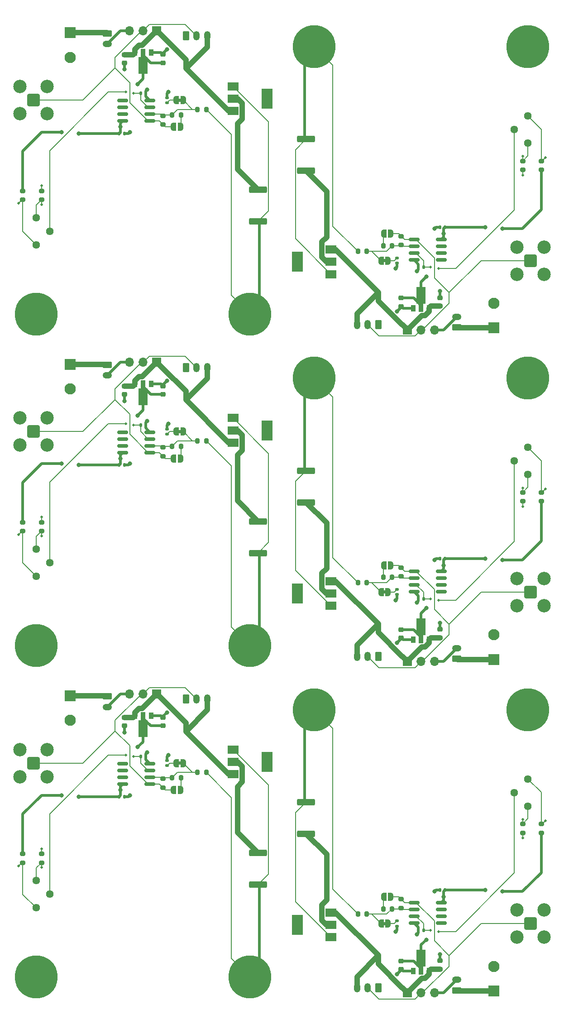
<source format=gtl>
G04 #@! TF.GenerationSoftware,KiCad,Pcbnew,7.0.5-7.0.5~ubuntu22.04.1*
G04 #@! TF.CreationDate,2023-06-19T14:44:07+01:00*
G04 #@! TF.ProjectId,panel,70616e65-6c2e-46b6-9963-61645f706362,v01*
G04 #@! TF.SameCoordinates,Original*
G04 #@! TF.FileFunction,Copper,L1,Top*
G04 #@! TF.FilePolarity,Positive*
%FSLAX46Y46*%
G04 Gerber Fmt 4.6, Leading zero omitted, Abs format (unit mm)*
G04 Created by KiCad (PCBNEW 7.0.5-7.0.5~ubuntu22.04.1) date 2023-06-19 14:44:07*
%MOMM*%
%LPD*%
G01*
G04 APERTURE LIST*
G04 Aperture macros list*
%AMRoundRect*
0 Rectangle with rounded corners*
0 $1 Rounding radius*
0 $2 $3 $4 $5 $6 $7 $8 $9 X,Y pos of 4 corners*
0 Add a 4 corners polygon primitive as box body*
4,1,4,$2,$3,$4,$5,$6,$7,$8,$9,$2,$3,0*
0 Add four circle primitives for the rounded corners*
1,1,$1+$1,$2,$3*
1,1,$1+$1,$4,$5*
1,1,$1+$1,$6,$7*
1,1,$1+$1,$8,$9*
0 Add four rect primitives between the rounded corners*
20,1,$1+$1,$2,$3,$4,$5,0*
20,1,$1+$1,$4,$5,$6,$7,0*
20,1,$1+$1,$6,$7,$8,$9,0*
20,1,$1+$1,$8,$9,$2,$3,0*%
%AMFreePoly0*
4,1,19,0.500000,-0.750000,0.000000,-0.750000,0.000000,-0.744911,-0.071157,-0.744911,-0.207708,-0.704816,-0.327430,-0.627875,-0.420627,-0.520320,-0.479746,-0.390866,-0.500000,-0.250000,-0.500000,0.250000,-0.479746,0.390866,-0.420627,0.520320,-0.327430,0.627875,-0.207708,0.704816,-0.071157,0.744911,0.000000,0.744911,0.000000,0.750000,0.500000,0.750000,0.500000,-0.750000,0.500000,-0.750000,
$1*%
%AMFreePoly1*
4,1,19,0.000000,0.744911,0.071157,0.744911,0.207708,0.704816,0.327430,0.627875,0.420627,0.520320,0.479746,0.390866,0.500000,0.250000,0.500000,-0.250000,0.479746,-0.390866,0.420627,-0.520320,0.327430,-0.627875,0.207708,-0.704816,0.071157,-0.744911,0.000000,-0.744911,0.000000,-0.750000,-0.500000,-0.750000,-0.500000,0.750000,0.000000,0.750000,0.000000,0.744911,0.000000,0.744911,
$1*%
%AMFreePoly2*
4,1,9,3.862500,-0.866500,0.737500,-0.866500,0.737500,-0.450000,-0.737500,-0.450000,-0.737500,0.450000,0.737500,0.450000,0.737500,0.866500,3.862500,0.866500,3.862500,-0.866500,3.862500,-0.866500,$1*%
G04 Aperture macros list end*
G04 #@! TA.AperFunction,ComponentPad*
%ADD10RoundRect,0.200100X0.949900X-0.949900X0.949900X0.949900X-0.949900X0.949900X-0.949900X-0.949900X0*%
G04 #@! TD*
G04 #@! TA.AperFunction,ComponentPad*
%ADD11C,2.500000*%
G04 #@! TD*
G04 #@! TA.AperFunction,ComponentPad*
%ADD12C,0.500000*%
G04 #@! TD*
G04 #@! TA.AperFunction,ComponentPad*
%ADD13C,8.000000*%
G04 #@! TD*
G04 #@! TA.AperFunction,SMDPad,CuDef*
%ADD14RoundRect,0.250000X1.425000X-0.362500X1.425000X0.362500X-1.425000X0.362500X-1.425000X-0.362500X0*%
G04 #@! TD*
G04 #@! TA.AperFunction,ComponentPad*
%ADD15C,1.440000*%
G04 #@! TD*
G04 #@! TA.AperFunction,SMDPad,CuDef*
%ADD16RoundRect,0.140000X0.140000X0.170000X-0.140000X0.170000X-0.140000X-0.170000X0.140000X-0.170000X0*%
G04 #@! TD*
G04 #@! TA.AperFunction,SMDPad,CuDef*
%ADD17RoundRect,0.162500X0.825000X0.162500X-0.825000X0.162500X-0.825000X-0.162500X0.825000X-0.162500X0*%
G04 #@! TD*
G04 #@! TA.AperFunction,SMDPad,CuDef*
%ADD18FreePoly0,0.000000*%
G04 #@! TD*
G04 #@! TA.AperFunction,SMDPad,CuDef*
%ADD19FreePoly1,0.000000*%
G04 #@! TD*
G04 #@! TA.AperFunction,SMDPad,CuDef*
%ADD20RoundRect,0.225000X0.250000X-0.225000X0.250000X0.225000X-0.250000X0.225000X-0.250000X-0.225000X0*%
G04 #@! TD*
G04 #@! TA.AperFunction,SMDPad,CuDef*
%ADD21RoundRect,0.200000X0.200000X0.275000X-0.200000X0.275000X-0.200000X-0.275000X0.200000X-0.275000X0*%
G04 #@! TD*
G04 #@! TA.AperFunction,SMDPad,CuDef*
%ADD22R,2.000000X1.500000*%
G04 #@! TD*
G04 #@! TA.AperFunction,SMDPad,CuDef*
%ADD23R,2.000000X3.800000*%
G04 #@! TD*
G04 #@! TA.AperFunction,SMDPad,CuDef*
%ADD24RoundRect,0.200000X-0.275000X0.200000X-0.275000X-0.200000X0.275000X-0.200000X0.275000X0.200000X0*%
G04 #@! TD*
G04 #@! TA.AperFunction,ComponentPad*
%ADD25RoundRect,0.250001X0.799999X-0.799999X0.799999X0.799999X-0.799999X0.799999X-0.799999X-0.799999X0*%
G04 #@! TD*
G04 #@! TA.AperFunction,ComponentPad*
%ADD26C,2.100000*%
G04 #@! TD*
G04 #@! TA.AperFunction,SMDPad,CuDef*
%ADD27RoundRect,0.200000X-0.200000X-0.275000X0.200000X-0.275000X0.200000X0.275000X-0.200000X0.275000X0*%
G04 #@! TD*
G04 #@! TA.AperFunction,SMDPad,CuDef*
%ADD28R,0.900000X1.300000*%
G04 #@! TD*
G04 #@! TA.AperFunction,SMDPad,CuDef*
%ADD29FreePoly2,270.000000*%
G04 #@! TD*
G04 #@! TA.AperFunction,SMDPad,CuDef*
%ADD30RoundRect,0.200000X0.275000X-0.200000X0.275000X0.200000X-0.275000X0.200000X-0.275000X-0.200000X0*%
G04 #@! TD*
G04 #@! TA.AperFunction,SMDPad,CuDef*
%ADD31RoundRect,0.140000X-0.170000X0.140000X-0.170000X-0.140000X0.170000X-0.140000X0.170000X0.140000X0*%
G04 #@! TD*
G04 #@! TA.AperFunction,SMDPad,CuDef*
%ADD32FreePoly2,90.000000*%
G04 #@! TD*
G04 #@! TA.AperFunction,ComponentPad*
%ADD33R,1.700000X1.700000*%
G04 #@! TD*
G04 #@! TA.AperFunction,ComponentPad*
%ADD34O,1.700000X1.700000*%
G04 #@! TD*
G04 #@! TA.AperFunction,SMDPad,CuDef*
%ADD35FreePoly0,180.000000*%
G04 #@! TD*
G04 #@! TA.AperFunction,SMDPad,CuDef*
%ADD36FreePoly1,180.000000*%
G04 #@! TD*
G04 #@! TA.AperFunction,SMDPad,CuDef*
%ADD37RoundRect,0.225000X-0.250000X0.225000X-0.250000X-0.225000X0.250000X-0.225000X0.250000X0.225000X0*%
G04 #@! TD*
G04 #@! TA.AperFunction,ComponentPad*
%ADD38RoundRect,0.200100X-0.949900X0.949900X-0.949900X-0.949900X0.949900X-0.949900X0.949900X0.949900X0*%
G04 #@! TD*
G04 #@! TA.AperFunction,SMDPad,CuDef*
%ADD39RoundRect,0.140000X-0.140000X-0.170000X0.140000X-0.170000X0.140000X0.170000X-0.140000X0.170000X0*%
G04 #@! TD*
G04 #@! TA.AperFunction,ComponentPad*
%ADD40RoundRect,0.250000X0.625000X-0.350000X0.625000X0.350000X-0.625000X0.350000X-0.625000X-0.350000X0*%
G04 #@! TD*
G04 #@! TA.AperFunction,ComponentPad*
%ADD41O,1.750000X1.200000*%
G04 #@! TD*
G04 #@! TA.AperFunction,ComponentPad*
%ADD42RoundRect,0.250000X0.350000X0.625000X-0.350000X0.625000X-0.350000X-0.625000X0.350000X-0.625000X0*%
G04 #@! TD*
G04 #@! TA.AperFunction,ComponentPad*
%ADD43O,1.200000X1.750000*%
G04 #@! TD*
G04 #@! TA.AperFunction,SMDPad,CuDef*
%ADD44RoundRect,0.162500X-0.825000X-0.162500X0.825000X-0.162500X0.825000X0.162500X-0.825000X0.162500X0*%
G04 #@! TD*
G04 #@! TA.AperFunction,SMDPad,CuDef*
%ADD45RoundRect,0.140000X0.170000X-0.140000X0.170000X0.140000X-0.170000X0.140000X-0.170000X-0.140000X0*%
G04 #@! TD*
G04 #@! TA.AperFunction,ComponentPad*
%ADD46RoundRect,0.250000X-0.350000X-0.625000X0.350000X-0.625000X0.350000X0.625000X-0.350000X0.625000X0*%
G04 #@! TD*
G04 #@! TA.AperFunction,SMDPad,CuDef*
%ADD47RoundRect,0.250000X-1.425000X0.362500X-1.425000X-0.362500X1.425000X-0.362500X1.425000X0.362500X0*%
G04 #@! TD*
G04 #@! TA.AperFunction,ComponentPad*
%ADD48RoundRect,0.250000X-0.625000X0.350000X-0.625000X-0.350000X0.625000X-0.350000X0.625000X0.350000X0*%
G04 #@! TD*
G04 #@! TA.AperFunction,ComponentPad*
%ADD49RoundRect,0.250001X-0.799999X0.799999X-0.799999X-0.799999X0.799999X-0.799999X0.799999X0.799999X0*%
G04 #@! TD*
G04 #@! TA.AperFunction,ViaPad*
%ADD50C,0.800000*%
G04 #@! TD*
G04 #@! TA.AperFunction,ViaPad*
%ADD51C,0.460000*%
G04 #@! TD*
G04 #@! TA.AperFunction,Conductor*
%ADD52C,0.500000*%
G04 #@! TD*
G04 #@! TA.AperFunction,Conductor*
%ADD53C,0.200000*%
G04 #@! TD*
G04 #@! TA.AperFunction,Conductor*
%ADD54C,1.000000*%
G04 #@! TD*
G04 APERTURE END LIST*
G04 #@! TA.AperFunction,EtchedComponent*
G04 #@! TO.C,JP1*
G36*
X32100000Y-15300000D02*
G01*
X31600000Y-15300000D01*
X31600000Y-14700000D01*
X32100000Y-14700000D01*
X32100000Y-15300000D01*
G37*
G04 #@! TD.AperFunction*
G04 #@! TA.AperFunction,EtchedComponent*
G36*
X32100000Y-139300000D02*
G01*
X31600000Y-139300000D01*
X31600000Y-138700000D01*
X32100000Y-138700000D01*
X32100000Y-139300000D01*
G37*
G04 #@! TD.AperFunction*
G04 #@! TA.AperFunction,EtchedComponent*
G36*
X70400000Y-45300000D02*
G01*
X69900000Y-45300000D01*
X69900000Y-44700000D01*
X70400000Y-44700000D01*
X70400000Y-45300000D01*
G37*
G04 #@! TD.AperFunction*
G04 #@! TA.AperFunction,EtchedComponent*
G36*
X32100000Y-77300000D02*
G01*
X31600000Y-77300000D01*
X31600000Y-76700000D01*
X32100000Y-76700000D01*
X32100000Y-77300000D01*
G37*
G04 #@! TD.AperFunction*
G04 #@! TA.AperFunction,EtchedComponent*
G36*
X70400000Y-169300000D02*
G01*
X69900000Y-169300000D01*
X69900000Y-168700000D01*
X70400000Y-168700000D01*
X70400000Y-169300000D01*
G37*
G04 #@! TD.AperFunction*
G04 #@! TA.AperFunction,EtchedComponent*
G36*
X70400000Y-107300000D02*
G01*
X69900000Y-107300000D01*
X69900000Y-106700000D01*
X70400000Y-106700000D01*
X70400000Y-107300000D01*
G37*
G04 #@! TD.AperFunction*
G04 #@! TD*
D10*
G04 #@! TO.P,J5,1,In*
G04 #@! TO.N,Board_2-SIGNAL*
X4540000Y-77000000D03*
D11*
G04 #@! TO.P,J5,2,Ext*
G04 #@! TO.N,Board_2-GND*
X2000000Y-79540000D03*
X7080000Y-79540000D03*
X2000000Y-74460000D03*
X7080000Y-74460000D03*
G04 #@! TD*
D12*
G04 #@! TO.P,J2,1,Pin_1*
G04 #@! TO.N,Board_3-GND*
X97000000Y-69400000D03*
X94400000Y-67000000D03*
D13*
X97000000Y-67000000D03*
D12*
X99400000Y-67000000D03*
X97000000Y-64600000D03*
G04 #@! TD*
D14*
G04 #@! TO.P,R1,1*
G04 #@! TO.N,Board_1-Net-(U2-VO)*
X55500000Y-28212500D03*
G04 #@! TO.P,R1,2*
G04 #@! TO.N,Board_1-Net-(J1-Pin_1)*
X55500000Y-22287500D03*
G04 #@! TD*
D12*
G04 #@! TO.P,J1,1,Pin_1*
G04 #@! TO.N,Board_5-Net-(J1-Pin_1)*
X57000000Y-131400000D03*
X54400000Y-129000000D03*
D13*
X57000000Y-129000000D03*
D12*
X59400000Y-129000000D03*
X57000000Y-126600000D03*
G04 #@! TD*
D15*
G04 #@! TO.P,RV1,1,1*
G04 #@! TO.N,Board_0-Net-(JP3-A)*
X5000000Y-42040000D03*
G04 #@! TO.P,RV1,2,2*
G04 #@! TO.N,Board_0-Net-(U1A-+)*
X7540000Y-39500000D03*
G04 #@! TO.P,RV1,3,3*
G04 #@! TO.N,Board_0-Net-(JP4-B)*
X5000000Y-36960000D03*
G04 #@! TD*
D16*
G04 #@! TO.P,C1,1*
G04 #@! TO.N,Board_3-Net-(U1A-+)*
X77460000Y-108250000D03*
G04 #@! TO.P,C1,2*
G04 #@! TO.N,Board_3-GND*
X76500000Y-108250000D03*
G04 #@! TD*
D17*
G04 #@! TO.P,U1,1*
G04 #@! TO.N,Board_4-SIGNAL*
X26287500Y-142905000D03*
G04 #@! TO.P,U1,2,-*
G04 #@! TO.N,Board_4-Net-(JP1-B)*
X26287500Y-141635000D03*
G04 #@! TO.P,U1,3,+*
G04 #@! TO.N,Board_4-Net-(U1A-+)*
X26287500Y-140365000D03*
G04 #@! TO.P,U1,4,V-*
G04 #@! TO.N,Board_4-GND*
X26287500Y-139095000D03*
G04 #@! TO.P,U1,5*
G04 #@! TO.N,N/C*
X21212500Y-139095000D03*
G04 #@! TO.P,U1,6*
X21212500Y-140365000D03*
G04 #@! TO.P,U1,7*
X21212500Y-141635000D03*
G04 #@! TO.P,U1,8,V+*
G04 #@! TO.N,Board_4-+5V*
X21212500Y-142905000D03*
G04 #@! TD*
D18*
G04 #@! TO.P,JP2,1,A*
G04 #@! TO.N,Board_5-Net-(JP2-A)*
X70000000Y-164000000D03*
D19*
G04 #@! TO.P,JP2,2,B*
G04 #@! TO.N,Board_5-SIGNAL*
X71300000Y-164000000D03*
G04 #@! TD*
D12*
G04 #@! TO.P,J2,1,Pin_1*
G04 #@! TO.N,Board_0-GND*
X5000000Y-52600000D03*
X7600000Y-55000000D03*
D13*
X5000000Y-55000000D03*
D12*
X2600000Y-55000000D03*
X5000000Y-57400000D03*
G04 #@! TD*
D20*
G04 #@! TO.P,C2,1*
G04 #@! TO.N,Board_3-+BATT*
X80500000Y-115525000D03*
G04 #@! TO.P,C2,2*
G04 #@! TO.N,Board_3-GND*
X80500000Y-113975000D03*
G04 #@! TD*
D21*
G04 #@! TO.P,R4,1*
G04 #@! TO.N,Board_1-Net-(JP1-B)*
X71575000Y-42250000D03*
G04 #@! TO.P,R4,2*
G04 #@! TO.N,Board_1-Net-(JP2-A)*
X69925000Y-42250000D03*
G04 #@! TD*
D22*
G04 #@! TO.P,U2,1,ADJ*
G04 #@! TO.N,Board_5-Net-(J1-Pin_1)*
X60150000Y-171550000D03*
G04 #@! TO.P,U2,2,VO*
G04 #@! TO.N,Board_5-Net-(U2-VO)*
X60150000Y-169250000D03*
G04 #@! TO.P,U2,3,VI*
G04 #@! TO.N,Board_5-+BATT*
X60150000Y-166950000D03*
D23*
G04 #@! TO.P,U2,4*
G04 #@! TO.N,N/C*
X53850000Y-169250000D03*
G04 #@! TD*
D24*
G04 #@! TO.P,R3,1*
G04 #@! TO.N,Board_4-Net-(JP1-B)*
X28750000Y-141925000D03*
G04 #@! TO.P,R3,2*
G04 #@! TO.N,Board_4-SIGNAL*
X28750000Y-143575000D03*
G04 #@! TD*
D17*
G04 #@! TO.P,U1,1*
G04 #@! TO.N,Board_2-SIGNAL*
X26287500Y-80905000D03*
G04 #@! TO.P,U1,2,-*
G04 #@! TO.N,Board_2-Net-(JP1-B)*
X26287500Y-79635000D03*
G04 #@! TO.P,U1,3,+*
G04 #@! TO.N,Board_2-Net-(U1A-+)*
X26287500Y-78365000D03*
G04 #@! TO.P,U1,4,V-*
G04 #@! TO.N,Board_2-GND*
X26287500Y-77095000D03*
G04 #@! TO.P,U1,5*
G04 #@! TO.N,N/C*
X21212500Y-77095000D03*
G04 #@! TO.P,U1,6*
X21212500Y-78365000D03*
G04 #@! TO.P,U1,7*
X21212500Y-79635000D03*
G04 #@! TO.P,U1,8,V+*
G04 #@! TO.N,Board_2-+5V*
X21212500Y-80905000D03*
G04 #@! TD*
D25*
G04 #@! TO.P,J4,1,Pin_1*
G04 #@! TO.N,Board_1-+BATT*
X90600000Y-57600001D03*
D26*
G04 #@! TO.P,J4,2,Pin_2*
G04 #@! TO.N,Board_1-GND*
X90600000Y-53000001D03*
G04 #@! TD*
D27*
G04 #@! TO.P,R4,1*
G04 #@! TO.N,Board_4-Net-(JP1-B)*
X30425000Y-141750000D03*
G04 #@! TO.P,R4,2*
G04 #@! TO.N,Board_4-Net-(JP2-A)*
X32075000Y-141750000D03*
G04 #@! TD*
D28*
G04 #@! TO.P,U3,1,GND*
G04 #@! TO.N,Board_2-GND*
X26500000Y-68100000D03*
D29*
G04 #@! TO.P,U3,2,VO*
G04 #@! TO.N,Board_2-+5V*
X25000000Y-68187500D03*
D28*
G04 #@! TO.P,U3,3,VI*
G04 #@! TO.N,Board_2-+BATT*
X23500000Y-68100000D03*
G04 #@! TD*
D30*
G04 #@! TO.P,R6,1*
G04 #@! TO.N,Board_2-Net-(JP4-B)*
X6000000Y-95615000D03*
G04 #@! TO.P,R6,2*
G04 #@! TO.N,Board_2-GND*
X6000000Y-93965000D03*
G04 #@! TD*
D24*
G04 #@! TO.P,R3,1*
G04 #@! TO.N,Board_0-Net-(JP1-B)*
X28750000Y-17925000D03*
G04 #@! TO.P,R3,2*
G04 #@! TO.N,Board_0-SIGNAL*
X28750000Y-19575000D03*
G04 #@! TD*
G04 #@! TO.P,R5,1*
G04 #@! TO.N,Board_2-+5V*
X2500000Y-93965000D03*
G04 #@! TO.P,R5,2*
G04 #@! TO.N,Board_2-Net-(JP3-A)*
X2500000Y-95615000D03*
G04 #@! TD*
G04 #@! TO.P,R6,1*
G04 #@! TO.N,Board_5-Net-(JP4-B)*
X96000000Y-150385000D03*
G04 #@! TO.P,R6,2*
G04 #@! TO.N,Board_5-GND*
X96000000Y-152035000D03*
G04 #@! TD*
D28*
G04 #@! TO.P,U3,1,GND*
G04 #@! TO.N,Board_0-GND*
X26500000Y-6100000D03*
D29*
G04 #@! TO.P,U3,2,VO*
G04 #@! TO.N,Board_0-+5V*
X25000000Y-6187500D03*
D28*
G04 #@! TO.P,U3,3,VI*
G04 #@! TO.N,Board_0-+BATT*
X23500000Y-6100000D03*
G04 #@! TD*
D31*
G04 #@! TO.P,C4,1*
G04 #@! TO.N,Board_3-Net-(JP1-A)*
X72500000Y-106520000D03*
G04 #@! TO.P,C4,2*
G04 #@! TO.N,Board_3-GND*
X72500000Y-107480000D03*
G04 #@! TD*
D28*
G04 #@! TO.P,U3,1,GND*
G04 #@! TO.N,Board_1-GND*
X75500000Y-53900000D03*
D32*
G04 #@! TO.P,U3,2,VO*
G04 #@! TO.N,Board_1-+5V*
X77000000Y-53812500D03*
D28*
G04 #@! TO.P,U3,3,VI*
G04 #@! TO.N,Board_1-+BATT*
X78500000Y-53900000D03*
G04 #@! TD*
D33*
G04 #@! TO.P,J3,1,Pin_1*
G04 #@! TO.N,Board_4-+BATT*
X27540000Y-126025000D03*
D34*
G04 #@! TO.P,J3,2,Pin_2*
G04 #@! TO.N,Board_4-SIGNAL*
X25000000Y-126025000D03*
G04 #@! TO.P,J3,3,Pin_3*
G04 #@! TO.N,Board_4-GND*
X22460000Y-126025000D03*
G04 #@! TD*
D35*
G04 #@! TO.P,JP2,1,A*
G04 #@! TO.N,Board_0-Net-(JP2-A)*
X32000000Y-20000000D03*
D36*
G04 #@! TO.P,JP2,2,B*
G04 #@! TO.N,Board_0-SIGNAL*
X30700000Y-20000000D03*
G04 #@! TD*
D37*
G04 #@! TO.P,C3,1*
G04 #@! TO.N,Board_1-+5V*
X73250000Y-52000000D03*
G04 #@! TO.P,C3,2*
G04 #@! TO.N,Board_1-GND*
X73250000Y-53550000D03*
G04 #@! TD*
D28*
G04 #@! TO.P,U3,1,GND*
G04 #@! TO.N,Board_5-GND*
X75500000Y-177900000D03*
D32*
G04 #@! TO.P,U3,2,VO*
G04 #@! TO.N,Board_5-+5V*
X77000000Y-177812500D03*
D28*
G04 #@! TO.P,U3,3,VI*
G04 #@! TO.N,Board_5-+BATT*
X78500000Y-177900000D03*
G04 #@! TD*
D14*
G04 #@! TO.P,R1,1*
G04 #@! TO.N,Board_5-Net-(U2-VO)*
X55500000Y-152212500D03*
G04 #@! TO.P,R1,2*
G04 #@! TO.N,Board_5-Net-(J1-Pin_1)*
X55500000Y-146287500D03*
G04 #@! TD*
D18*
G04 #@! TO.P,JP1,1,A*
G04 #@! TO.N,Board_0-Net-(JP1-A)*
X31200000Y-15000000D03*
D19*
G04 #@! TO.P,JP1,2,B*
G04 #@! TO.N,Board_0-Net-(JP1-B)*
X32500000Y-15000000D03*
G04 #@! TD*
D33*
G04 #@! TO.P,J3,1,Pin_1*
G04 #@! TO.N,Board_3-+BATT*
X74460000Y-119975000D03*
D34*
G04 #@! TO.P,J3,2,Pin_2*
G04 #@! TO.N,Board_3-SIGNAL*
X77000000Y-119975000D03*
G04 #@! TO.P,J3,3,Pin_3*
G04 #@! TO.N,Board_3-GND*
X79540000Y-119975000D03*
G04 #@! TD*
D30*
G04 #@! TO.P,R3,1*
G04 #@! TO.N,Board_3-Net-(JP1-B)*
X73250000Y-104075000D03*
G04 #@! TO.P,R3,2*
G04 #@! TO.N,Board_3-SIGNAL*
X73250000Y-102425000D03*
G04 #@! TD*
D21*
G04 #@! TO.P,R2,1*
G04 #@! TO.N,Board_2-Net-(J1-Pin_1)*
X36825000Y-78750000D03*
G04 #@! TO.P,R2,2*
G04 #@! TO.N,Board_2-Net-(JP1-B)*
X35175000Y-78750000D03*
G04 #@! TD*
D30*
G04 #@! TO.P,R3,1*
G04 #@! TO.N,Board_5-Net-(JP1-B)*
X73250000Y-166075000D03*
G04 #@! TO.P,R3,2*
G04 #@! TO.N,Board_5-SIGNAL*
X73250000Y-164425000D03*
G04 #@! TD*
D21*
G04 #@! TO.P,R2,1*
G04 #@! TO.N,Board_4-Net-(J1-Pin_1)*
X36825000Y-140750000D03*
G04 #@! TO.P,R2,2*
G04 #@! TO.N,Board_4-Net-(JP1-B)*
X35175000Y-140750000D03*
G04 #@! TD*
D16*
G04 #@! TO.P,C1,1*
G04 #@! TO.N,Board_1-Net-(U1A-+)*
X77460000Y-46250000D03*
G04 #@! TO.P,C1,2*
G04 #@! TO.N,Board_1-GND*
X76500000Y-46250000D03*
G04 #@! TD*
D15*
G04 #@! TO.P,RV1,1,1*
G04 #@! TO.N,Board_3-Net-(JP3-A)*
X97000000Y-79960000D03*
G04 #@! TO.P,RV1,2,2*
G04 #@! TO.N,Board_3-Net-(U1A-+)*
X94460000Y-82500000D03*
G04 #@! TO.P,RV1,3,3*
G04 #@! TO.N,Board_3-Net-(JP4-B)*
X97000000Y-85040000D03*
G04 #@! TD*
D20*
G04 #@! TO.P,C2,1*
G04 #@! TO.N,Board_1-+BATT*
X80500000Y-53525000D03*
G04 #@! TO.P,C2,2*
G04 #@! TO.N,Board_1-GND*
X80500000Y-51975000D03*
G04 #@! TD*
D28*
G04 #@! TO.P,U3,1,GND*
G04 #@! TO.N,Board_3-GND*
X75500000Y-115900000D03*
D32*
G04 #@! TO.P,U3,2,VO*
G04 #@! TO.N,Board_3-+5V*
X77000000Y-115812500D03*
D28*
G04 #@! TO.P,U3,3,VI*
G04 #@! TO.N,Board_3-+BATT*
X78500000Y-115900000D03*
G04 #@! TD*
D27*
G04 #@! TO.P,R2,1*
G04 #@! TO.N,Board_3-Net-(J1-Pin_1)*
X65175000Y-105250000D03*
G04 #@! TO.P,R2,2*
G04 #@! TO.N,Board_3-Net-(JP1-B)*
X66825000Y-105250000D03*
G04 #@! TD*
D18*
G04 #@! TO.P,JP1,1,A*
G04 #@! TO.N,Board_4-Net-(JP1-A)*
X31200000Y-139000000D03*
D19*
G04 #@! TO.P,JP1,2,B*
G04 #@! TO.N,Board_4-Net-(JP1-B)*
X32500000Y-139000000D03*
G04 #@! TD*
D38*
G04 #@! TO.P,J5,1,In*
G04 #@! TO.N,Board_1-SIGNAL*
X97460000Y-45000000D03*
D11*
G04 #@! TO.P,J5,2,Ext*
G04 #@! TO.N,Board_1-GND*
X100000000Y-42460000D03*
X94920000Y-42460000D03*
X100000000Y-47540000D03*
X94920000Y-47540000D03*
G04 #@! TD*
D21*
G04 #@! TO.P,R4,1*
G04 #@! TO.N,Board_3-Net-(JP1-B)*
X71575000Y-104250000D03*
G04 #@! TO.P,R4,2*
G04 #@! TO.N,Board_3-Net-(JP2-A)*
X69925000Y-104250000D03*
G04 #@! TD*
D35*
G04 #@! TO.P,JP1,1,A*
G04 #@! TO.N,Board_1-Net-(JP1-A)*
X70800000Y-45000000D03*
D36*
G04 #@! TO.P,JP1,2,B*
G04 #@! TO.N,Board_1-Net-(JP1-B)*
X69500000Y-45000000D03*
G04 #@! TD*
D39*
G04 #@! TO.P,C1,1*
G04 #@! TO.N,Board_2-Net-(U1A-+)*
X24540000Y-75750000D03*
G04 #@! TO.P,C1,2*
G04 #@! TO.N,Board_2-GND*
X25500000Y-75750000D03*
G04 #@! TD*
D12*
G04 #@! TO.P,J2,1,Pin_1*
G04 #@! TO.N,Board_1-GND*
X97000000Y-7400000D03*
X94400000Y-5000000D03*
D13*
X97000000Y-5000000D03*
D12*
X99400000Y-5000000D03*
X97000000Y-2600000D03*
G04 #@! TD*
D21*
G04 #@! TO.P,R4,1*
G04 #@! TO.N,Board_5-Net-(JP1-B)*
X71575000Y-166250000D03*
G04 #@! TO.P,R4,2*
G04 #@! TO.N,Board_5-Net-(JP2-A)*
X69925000Y-166250000D03*
G04 #@! TD*
D40*
G04 #@! TO.P,J6,1,Pin_1*
G04 #@! TO.N,Board_1-+BATT*
X83700000Y-57500000D03*
D41*
G04 #@! TO.P,J6,2,Pin_2*
G04 #@! TO.N,Board_1-GND*
X83700000Y-55500000D03*
G04 #@! TD*
D42*
G04 #@! TO.P,J7,1,Pin_1*
G04 #@! TO.N,Board_5-GND*
X69000000Y-181000000D03*
D43*
G04 #@! TO.P,J7,2,Pin_2*
G04 #@! TO.N,Board_5-SIGNAL*
X67000000Y-181000000D03*
G04 #@! TO.P,J7,3,Pin_3*
G04 #@! TO.N,Board_5-+BATT*
X65000000Y-181000000D03*
G04 #@! TD*
D16*
G04 #@! TO.P,C5,1*
G04 #@! TO.N,Board_5-+5V*
X81460000Y-162750000D03*
G04 #@! TO.P,C5,2*
G04 #@! TO.N,Board_5-GND*
X80500000Y-162750000D03*
G04 #@! TD*
D12*
G04 #@! TO.P,J1,1,Pin_1*
G04 #@! TO.N,Board_3-Net-(J1-Pin_1)*
X57000000Y-69400000D03*
X54400000Y-67000000D03*
D13*
X57000000Y-67000000D03*
D12*
X59400000Y-67000000D03*
X57000000Y-64600000D03*
G04 #@! TD*
D17*
G04 #@! TO.P,U1,1*
G04 #@! TO.N,Board_0-SIGNAL*
X26287500Y-18905000D03*
G04 #@! TO.P,U1,2,-*
G04 #@! TO.N,Board_0-Net-(JP1-B)*
X26287500Y-17635000D03*
G04 #@! TO.P,U1,3,+*
G04 #@! TO.N,Board_0-Net-(U1A-+)*
X26287500Y-16365000D03*
G04 #@! TO.P,U1,4,V-*
G04 #@! TO.N,Board_0-GND*
X26287500Y-15095000D03*
G04 #@! TO.P,U1,5*
G04 #@! TO.N,N/C*
X21212500Y-15095000D03*
G04 #@! TO.P,U1,6*
X21212500Y-16365000D03*
G04 #@! TO.P,U1,7*
X21212500Y-17635000D03*
G04 #@! TO.P,U1,8,V+*
G04 #@! TO.N,Board_0-+5V*
X21212500Y-18905000D03*
G04 #@! TD*
D14*
G04 #@! TO.P,R1,1*
G04 #@! TO.N,Board_3-Net-(U2-VO)*
X55500000Y-90212500D03*
G04 #@! TO.P,R1,2*
G04 #@! TO.N,Board_3-Net-(J1-Pin_1)*
X55500000Y-84287500D03*
G04 #@! TD*
D44*
G04 #@! TO.P,U1,1*
G04 #@! TO.N,Board_3-SIGNAL*
X75712500Y-103095000D03*
G04 #@! TO.P,U1,2,-*
G04 #@! TO.N,Board_3-Net-(JP1-B)*
X75712500Y-104365000D03*
G04 #@! TO.P,U1,3,+*
G04 #@! TO.N,Board_3-Net-(U1A-+)*
X75712500Y-105635000D03*
G04 #@! TO.P,U1,4,V-*
G04 #@! TO.N,Board_3-GND*
X75712500Y-106905000D03*
G04 #@! TO.P,U1,5*
G04 #@! TO.N,N/C*
X80787500Y-106905000D03*
G04 #@! TO.P,U1,6*
X80787500Y-105635000D03*
G04 #@! TO.P,U1,7*
X80787500Y-104365000D03*
G04 #@! TO.P,U1,8,V+*
G04 #@! TO.N,Board_3-+5V*
X80787500Y-103095000D03*
G04 #@! TD*
D40*
G04 #@! TO.P,J6,1,Pin_1*
G04 #@! TO.N,Board_5-+BATT*
X83700000Y-181500000D03*
D41*
G04 #@! TO.P,J6,2,Pin_2*
G04 #@! TO.N,Board_5-GND*
X83700000Y-179500000D03*
G04 #@! TD*
D22*
G04 #@! TO.P,U2,1,ADJ*
G04 #@! TO.N,Board_3-Net-(J1-Pin_1)*
X60150000Y-109550000D03*
G04 #@! TO.P,U2,2,VO*
G04 #@! TO.N,Board_3-Net-(U2-VO)*
X60150000Y-107250000D03*
G04 #@! TO.P,U2,3,VI*
G04 #@! TO.N,Board_3-+BATT*
X60150000Y-104950000D03*
D23*
G04 #@! TO.P,U2,4*
G04 #@! TO.N,N/C*
X53850000Y-107250000D03*
G04 #@! TD*
D20*
G04 #@! TO.P,C2,1*
G04 #@! TO.N,Board_5-+BATT*
X80500000Y-177525000D03*
G04 #@! TO.P,C2,2*
G04 #@! TO.N,Board_5-GND*
X80500000Y-175975000D03*
G04 #@! TD*
D27*
G04 #@! TO.P,R4,1*
G04 #@! TO.N,Board_0-Net-(JP1-B)*
X30425000Y-17750000D03*
G04 #@! TO.P,R4,2*
G04 #@! TO.N,Board_0-Net-(JP2-A)*
X32075000Y-17750000D03*
G04 #@! TD*
D42*
G04 #@! TO.P,J7,1,Pin_1*
G04 #@! TO.N,Board_1-GND*
X69000000Y-57000000D03*
D43*
G04 #@! TO.P,J7,2,Pin_2*
G04 #@! TO.N,Board_1-SIGNAL*
X67000000Y-57000000D03*
G04 #@! TO.P,J7,3,Pin_3*
G04 #@! TO.N,Board_1-+BATT*
X65000000Y-57000000D03*
G04 #@! TD*
D24*
G04 #@! TO.P,R6,1*
G04 #@! TO.N,Board_3-Net-(JP4-B)*
X96000000Y-88385000D03*
G04 #@! TO.P,R6,2*
G04 #@! TO.N,Board_3-GND*
X96000000Y-90035000D03*
G04 #@! TD*
D12*
G04 #@! TO.P,J2,1,Pin_1*
G04 #@! TO.N,Board_2-GND*
X5000000Y-114600000D03*
X7600000Y-117000000D03*
D13*
X5000000Y-117000000D03*
D12*
X2600000Y-117000000D03*
X5000000Y-119400000D03*
G04 #@! TD*
D24*
G04 #@! TO.P,R5,1*
G04 #@! TO.N,Board_4-+5V*
X2500000Y-155965000D03*
G04 #@! TO.P,R5,2*
G04 #@! TO.N,Board_4-Net-(JP3-A)*
X2500000Y-157615000D03*
G04 #@! TD*
D45*
G04 #@! TO.P,C4,1*
G04 #@! TO.N,Board_2-Net-(JP1-A)*
X29500000Y-77480000D03*
G04 #@! TO.P,C4,2*
G04 #@! TO.N,Board_2-GND*
X29500000Y-76520000D03*
G04 #@! TD*
D31*
G04 #@! TO.P,C4,1*
G04 #@! TO.N,Board_5-Net-(JP1-A)*
X72500000Y-168520000D03*
G04 #@! TO.P,C4,2*
G04 #@! TO.N,Board_5-GND*
X72500000Y-169480000D03*
G04 #@! TD*
D33*
G04 #@! TO.P,J3,1,Pin_1*
G04 #@! TO.N,Board_0-+BATT*
X27540000Y-2025000D03*
D34*
G04 #@! TO.P,J3,2,Pin_2*
G04 #@! TO.N,Board_0-SIGNAL*
X25000000Y-2025000D03*
G04 #@! TO.P,J3,3,Pin_3*
G04 #@! TO.N,Board_0-GND*
X22460000Y-2025000D03*
G04 #@! TD*
D12*
G04 #@! TO.P,J1,1,Pin_1*
G04 #@! TO.N,Board_2-Net-(J1-Pin_1)*
X45000000Y-114600000D03*
X47600000Y-117000000D03*
D13*
X45000000Y-117000000D03*
D12*
X42600000Y-117000000D03*
X45000000Y-119400000D03*
G04 #@! TD*
D44*
G04 #@! TO.P,U1,1*
G04 #@! TO.N,Board_5-SIGNAL*
X75712500Y-165095000D03*
G04 #@! TO.P,U1,2,-*
G04 #@! TO.N,Board_5-Net-(JP1-B)*
X75712500Y-166365000D03*
G04 #@! TO.P,U1,3,+*
G04 #@! TO.N,Board_5-Net-(U1A-+)*
X75712500Y-167635000D03*
G04 #@! TO.P,U1,4,V-*
G04 #@! TO.N,Board_5-GND*
X75712500Y-168905000D03*
G04 #@! TO.P,U1,5*
G04 #@! TO.N,N/C*
X80787500Y-168905000D03*
G04 #@! TO.P,U1,6*
X80787500Y-167635000D03*
G04 #@! TO.P,U1,7*
X80787500Y-166365000D03*
G04 #@! TO.P,U1,8,V+*
G04 #@! TO.N,Board_5-+5V*
X80787500Y-165095000D03*
G04 #@! TD*
D40*
G04 #@! TO.P,J6,1,Pin_1*
G04 #@! TO.N,Board_3-+BATT*
X83700000Y-119500000D03*
D41*
G04 #@! TO.P,J6,2,Pin_2*
G04 #@! TO.N,Board_3-GND*
X83700000Y-117500000D03*
G04 #@! TD*
D25*
G04 #@! TO.P,J4,1,Pin_1*
G04 #@! TO.N,Board_3-+BATT*
X90600000Y-119600001D03*
D26*
G04 #@! TO.P,J4,2,Pin_2*
G04 #@! TO.N,Board_3-GND*
X90600000Y-115000001D03*
G04 #@! TD*
D30*
G04 #@! TO.P,R6,1*
G04 #@! TO.N,Board_0-Net-(JP4-B)*
X6000000Y-33615000D03*
G04 #@! TO.P,R6,2*
G04 #@! TO.N,Board_0-GND*
X6000000Y-31965000D03*
G04 #@! TD*
D12*
G04 #@! TO.P,J1,1,Pin_1*
G04 #@! TO.N,Board_1-Net-(J1-Pin_1)*
X57000000Y-7400000D03*
X54400000Y-5000000D03*
D13*
X57000000Y-5000000D03*
D12*
X59400000Y-5000000D03*
X57000000Y-2600000D03*
G04 #@! TD*
D39*
G04 #@! TO.P,C5,1*
G04 #@! TO.N,Board_4-+5V*
X20540000Y-145250000D03*
G04 #@! TO.P,C5,2*
G04 #@! TO.N,Board_4-GND*
X21500000Y-145250000D03*
G04 #@! TD*
D46*
G04 #@! TO.P,J7,1,Pin_1*
G04 #@! TO.N,Board_2-GND*
X33000000Y-65000000D03*
D43*
G04 #@! TO.P,J7,2,Pin_2*
G04 #@! TO.N,Board_2-SIGNAL*
X35000000Y-65000000D03*
G04 #@! TO.P,J7,3,Pin_3*
G04 #@! TO.N,Board_2-+BATT*
X37000000Y-65000000D03*
G04 #@! TD*
D18*
G04 #@! TO.P,JP2,1,A*
G04 #@! TO.N,Board_1-Net-(JP2-A)*
X70000000Y-40000000D03*
D19*
G04 #@! TO.P,JP2,2,B*
G04 #@! TO.N,Board_1-SIGNAL*
X71300000Y-40000000D03*
G04 #@! TD*
D20*
G04 #@! TO.P,C3,1*
G04 #@! TO.N,Board_2-+5V*
X28750000Y-70000000D03*
G04 #@! TO.P,C3,2*
G04 #@! TO.N,Board_2-GND*
X28750000Y-68450000D03*
G04 #@! TD*
D47*
G04 #@! TO.P,R1,1*
G04 #@! TO.N,Board_0-Net-(U2-VO)*
X46500000Y-31787500D03*
G04 #@! TO.P,R1,2*
G04 #@! TO.N,Board_0-Net-(J1-Pin_1)*
X46500000Y-37712500D03*
G04 #@! TD*
D30*
G04 #@! TO.P,R5,1*
G04 #@! TO.N,Board_5-+5V*
X99500000Y-152035000D03*
G04 #@! TO.P,R5,2*
G04 #@! TO.N,Board_5-Net-(JP3-A)*
X99500000Y-150385000D03*
G04 #@! TD*
D31*
G04 #@! TO.P,C4,1*
G04 #@! TO.N,Board_1-Net-(JP1-A)*
X72500000Y-44520000D03*
G04 #@! TO.P,C4,2*
G04 #@! TO.N,Board_1-GND*
X72500000Y-45480000D03*
G04 #@! TD*
D21*
G04 #@! TO.P,R2,1*
G04 #@! TO.N,Board_0-Net-(J1-Pin_1)*
X36825000Y-16750000D03*
G04 #@! TO.P,R2,2*
G04 #@! TO.N,Board_0-Net-(JP1-B)*
X35175000Y-16750000D03*
G04 #@! TD*
D18*
G04 #@! TO.P,JP2,1,A*
G04 #@! TO.N,Board_3-Net-(JP2-A)*
X70000000Y-102000000D03*
D19*
G04 #@! TO.P,JP2,2,B*
G04 #@! TO.N,Board_3-SIGNAL*
X71300000Y-102000000D03*
G04 #@! TD*
D48*
G04 #@! TO.P,J6,1,Pin_1*
G04 #@! TO.N,Board_2-+BATT*
X18300000Y-64500000D03*
D41*
G04 #@! TO.P,J6,2,Pin_2*
G04 #@! TO.N,Board_2-GND*
X18300000Y-66500000D03*
G04 #@! TD*
D39*
G04 #@! TO.P,C5,1*
G04 #@! TO.N,Board_0-+5V*
X20540000Y-21250000D03*
G04 #@! TO.P,C5,2*
G04 #@! TO.N,Board_0-GND*
X21500000Y-21250000D03*
G04 #@! TD*
D49*
G04 #@! TO.P,J4,1,Pin_1*
G04 #@! TO.N,Board_4-+BATT*
X11400000Y-126399999D03*
D26*
G04 #@! TO.P,J4,2,Pin_2*
G04 #@! TO.N,Board_4-GND*
X11400000Y-130999999D03*
G04 #@! TD*
D24*
G04 #@! TO.P,R3,1*
G04 #@! TO.N,Board_2-Net-(JP1-B)*
X28750000Y-79925000D03*
G04 #@! TO.P,R3,2*
G04 #@! TO.N,Board_2-SIGNAL*
X28750000Y-81575000D03*
G04 #@! TD*
D33*
G04 #@! TO.P,J3,1,Pin_1*
G04 #@! TO.N,Board_5-+BATT*
X74460000Y-181975000D03*
D34*
G04 #@! TO.P,J3,2,Pin_2*
G04 #@! TO.N,Board_5-SIGNAL*
X77000000Y-181975000D03*
G04 #@! TO.P,J3,3,Pin_3*
G04 #@! TO.N,Board_5-GND*
X79540000Y-181975000D03*
G04 #@! TD*
D12*
G04 #@! TO.P,J2,1,Pin_1*
G04 #@! TO.N,Board_5-GND*
X97000000Y-131400000D03*
X94400000Y-129000000D03*
D13*
X97000000Y-129000000D03*
D12*
X99400000Y-129000000D03*
X97000000Y-126600000D03*
G04 #@! TD*
D45*
G04 #@! TO.P,C4,1*
G04 #@! TO.N,Board_4-Net-(JP1-A)*
X29500000Y-139480000D03*
G04 #@! TO.P,C4,2*
G04 #@! TO.N,Board_4-GND*
X29500000Y-138520000D03*
G04 #@! TD*
D22*
G04 #@! TO.P,U2,1,ADJ*
G04 #@! TO.N,Board_4-Net-(J1-Pin_1)*
X41850000Y-136450000D03*
G04 #@! TO.P,U2,2,VO*
G04 #@! TO.N,Board_4-Net-(U2-VO)*
X41850000Y-138750000D03*
G04 #@! TO.P,U2,3,VI*
G04 #@! TO.N,Board_4-+BATT*
X41850000Y-141050000D03*
D23*
G04 #@! TO.P,U2,4*
G04 #@! TO.N,N/C*
X48150000Y-138750000D03*
G04 #@! TD*
D30*
G04 #@! TO.P,R6,1*
G04 #@! TO.N,Board_4-Net-(JP4-B)*
X6000000Y-157615000D03*
G04 #@! TO.P,R6,2*
G04 #@! TO.N,Board_4-GND*
X6000000Y-155965000D03*
G04 #@! TD*
G04 #@! TO.P,R3,1*
G04 #@! TO.N,Board_1-Net-(JP1-B)*
X73250000Y-42075000D03*
G04 #@! TO.P,R3,2*
G04 #@! TO.N,Board_1-SIGNAL*
X73250000Y-40425000D03*
G04 #@! TD*
D37*
G04 #@! TO.P,C2,1*
G04 #@! TO.N,Board_4-+BATT*
X21500000Y-130475000D03*
G04 #@! TO.P,C2,2*
G04 #@! TO.N,Board_4-GND*
X21500000Y-132025000D03*
G04 #@! TD*
D47*
G04 #@! TO.P,R1,1*
G04 #@! TO.N,Board_2-Net-(U2-VO)*
X46500000Y-93787500D03*
G04 #@! TO.P,R1,2*
G04 #@! TO.N,Board_2-Net-(J1-Pin_1)*
X46500000Y-99712500D03*
G04 #@! TD*
D27*
G04 #@! TO.P,R2,1*
G04 #@! TO.N,Board_5-Net-(J1-Pin_1)*
X65175000Y-167250000D03*
G04 #@! TO.P,R2,2*
G04 #@! TO.N,Board_5-Net-(JP1-B)*
X66825000Y-167250000D03*
G04 #@! TD*
D46*
G04 #@! TO.P,J7,1,Pin_1*
G04 #@! TO.N,Board_0-GND*
X33000000Y-3000000D03*
D43*
G04 #@! TO.P,J7,2,Pin_2*
G04 #@! TO.N,Board_0-SIGNAL*
X35000000Y-3000000D03*
G04 #@! TO.P,J7,3,Pin_3*
G04 #@! TO.N,Board_0-+BATT*
X37000000Y-3000000D03*
G04 #@! TD*
D30*
G04 #@! TO.P,R5,1*
G04 #@! TO.N,Board_3-+5V*
X99500000Y-90035000D03*
G04 #@! TO.P,R5,2*
G04 #@! TO.N,Board_3-Net-(JP3-A)*
X99500000Y-88385000D03*
G04 #@! TD*
G04 #@! TO.P,R5,1*
G04 #@! TO.N,Board_1-+5V*
X99500000Y-28035000D03*
G04 #@! TO.P,R5,2*
G04 #@! TO.N,Board_1-Net-(JP3-A)*
X99500000Y-26385000D03*
G04 #@! TD*
D35*
G04 #@! TO.P,JP2,1,A*
G04 #@! TO.N,Board_2-Net-(JP2-A)*
X32000000Y-82000000D03*
D36*
G04 #@! TO.P,JP2,2,B*
G04 #@! TO.N,Board_2-SIGNAL*
X30700000Y-82000000D03*
G04 #@! TD*
D20*
G04 #@! TO.P,C3,1*
G04 #@! TO.N,Board_0-+5V*
X28750000Y-8000000D03*
G04 #@! TO.P,C3,2*
G04 #@! TO.N,Board_0-GND*
X28750000Y-6450000D03*
G04 #@! TD*
D15*
G04 #@! TO.P,RV1,1,1*
G04 #@! TO.N,Board_5-Net-(JP3-A)*
X97000000Y-141960000D03*
G04 #@! TO.P,RV1,2,2*
G04 #@! TO.N,Board_5-Net-(U1A-+)*
X94460000Y-144500000D03*
G04 #@! TO.P,RV1,3,3*
G04 #@! TO.N,Board_5-Net-(JP4-B)*
X97000000Y-147040000D03*
G04 #@! TD*
D22*
G04 #@! TO.P,U2,1,ADJ*
G04 #@! TO.N,Board_0-Net-(J1-Pin_1)*
X41850000Y-12450000D03*
G04 #@! TO.P,U2,2,VO*
G04 #@! TO.N,Board_0-Net-(U2-VO)*
X41850000Y-14750000D03*
G04 #@! TO.P,U2,3,VI*
G04 #@! TO.N,Board_0-+BATT*
X41850000Y-17050000D03*
D23*
G04 #@! TO.P,U2,4*
G04 #@! TO.N,N/C*
X48150000Y-14750000D03*
G04 #@! TD*
D48*
G04 #@! TO.P,J6,1,Pin_1*
G04 #@! TO.N,Board_4-+BATT*
X18300000Y-126500000D03*
D41*
G04 #@! TO.P,J6,2,Pin_2*
G04 #@! TO.N,Board_4-GND*
X18300000Y-128500000D03*
G04 #@! TD*
D27*
G04 #@! TO.P,R4,1*
G04 #@! TO.N,Board_2-Net-(JP1-B)*
X30425000Y-79750000D03*
G04 #@! TO.P,R4,2*
G04 #@! TO.N,Board_2-Net-(JP2-A)*
X32075000Y-79750000D03*
G04 #@! TD*
G04 #@! TO.P,R2,1*
G04 #@! TO.N,Board_1-Net-(J1-Pin_1)*
X65175000Y-43250000D03*
G04 #@! TO.P,R2,2*
G04 #@! TO.N,Board_1-Net-(JP1-B)*
X66825000Y-43250000D03*
G04 #@! TD*
D24*
G04 #@! TO.P,R6,1*
G04 #@! TO.N,Board_1-Net-(JP4-B)*
X96000000Y-26385000D03*
G04 #@! TO.P,R6,2*
G04 #@! TO.N,Board_1-GND*
X96000000Y-28035000D03*
G04 #@! TD*
D33*
G04 #@! TO.P,J3,1,Pin_1*
G04 #@! TO.N,Board_1-+BATT*
X74460000Y-57975000D03*
D34*
G04 #@! TO.P,J3,2,Pin_2*
G04 #@! TO.N,Board_1-SIGNAL*
X77000000Y-57975000D03*
G04 #@! TO.P,J3,3,Pin_3*
G04 #@! TO.N,Board_1-GND*
X79540000Y-57975000D03*
G04 #@! TD*
D12*
G04 #@! TO.P,J2,1,Pin_1*
G04 #@! TO.N,Board_4-GND*
X5000000Y-176600000D03*
X7600000Y-179000000D03*
D13*
X5000000Y-179000000D03*
D12*
X2600000Y-179000000D03*
X5000000Y-181400000D03*
G04 #@! TD*
D24*
G04 #@! TO.P,R5,1*
G04 #@! TO.N,Board_0-+5V*
X2500000Y-31965000D03*
G04 #@! TO.P,R5,2*
G04 #@! TO.N,Board_0-Net-(JP3-A)*
X2500000Y-33615000D03*
G04 #@! TD*
D38*
G04 #@! TO.P,J5,1,In*
G04 #@! TO.N,Board_3-SIGNAL*
X97460000Y-107000000D03*
D11*
G04 #@! TO.P,J5,2,Ext*
G04 #@! TO.N,Board_3-GND*
X100000000Y-104460000D03*
X94920000Y-104460000D03*
X100000000Y-109540000D03*
X94920000Y-109540000D03*
G04 #@! TD*
D35*
G04 #@! TO.P,JP2,1,A*
G04 #@! TO.N,Board_4-Net-(JP2-A)*
X32000000Y-144000000D03*
D36*
G04 #@! TO.P,JP2,2,B*
G04 #@! TO.N,Board_4-SIGNAL*
X30700000Y-144000000D03*
G04 #@! TD*
D10*
G04 #@! TO.P,J5,1,In*
G04 #@! TO.N,Board_0-SIGNAL*
X4540000Y-15000000D03*
D11*
G04 #@! TO.P,J5,2,Ext*
G04 #@! TO.N,Board_0-GND*
X2000000Y-17540000D03*
X7080000Y-17540000D03*
X2000000Y-12460000D03*
X7080000Y-12460000D03*
G04 #@! TD*
D37*
G04 #@! TO.P,C3,1*
G04 #@! TO.N,Board_5-+5V*
X73250000Y-176000000D03*
G04 #@! TO.P,C3,2*
G04 #@! TO.N,Board_5-GND*
X73250000Y-177550000D03*
G04 #@! TD*
D39*
G04 #@! TO.P,C5,1*
G04 #@! TO.N,Board_2-+5V*
X20540000Y-83250000D03*
G04 #@! TO.P,C5,2*
G04 #@! TO.N,Board_2-GND*
X21500000Y-83250000D03*
G04 #@! TD*
D10*
G04 #@! TO.P,J5,1,In*
G04 #@! TO.N,Board_4-SIGNAL*
X4540000Y-139000000D03*
D11*
G04 #@! TO.P,J5,2,Ext*
G04 #@! TO.N,Board_4-GND*
X2000000Y-141540000D03*
X7080000Y-141540000D03*
X2000000Y-136460000D03*
X7080000Y-136460000D03*
G04 #@! TD*
D47*
G04 #@! TO.P,R1,1*
G04 #@! TO.N,Board_4-Net-(U2-VO)*
X46500000Y-155787500D03*
G04 #@! TO.P,R1,2*
G04 #@! TO.N,Board_4-Net-(J1-Pin_1)*
X46500000Y-161712500D03*
G04 #@! TD*
D37*
G04 #@! TO.P,C3,1*
G04 #@! TO.N,Board_3-+5V*
X73250000Y-114000000D03*
G04 #@! TO.P,C3,2*
G04 #@! TO.N,Board_3-GND*
X73250000Y-115550000D03*
G04 #@! TD*
D33*
G04 #@! TO.P,J3,1,Pin_1*
G04 #@! TO.N,Board_2-+BATT*
X27540000Y-64025000D03*
D34*
G04 #@! TO.P,J3,2,Pin_2*
G04 #@! TO.N,Board_2-SIGNAL*
X25000000Y-64025000D03*
G04 #@! TO.P,J3,3,Pin_3*
G04 #@! TO.N,Board_2-GND*
X22460000Y-64025000D03*
G04 #@! TD*
D39*
G04 #@! TO.P,C1,1*
G04 #@! TO.N,Board_4-Net-(U1A-+)*
X24540000Y-137750000D03*
G04 #@! TO.P,C1,2*
G04 #@! TO.N,Board_4-GND*
X25500000Y-137750000D03*
G04 #@! TD*
D18*
G04 #@! TO.P,JP1,1,A*
G04 #@! TO.N,Board_2-Net-(JP1-A)*
X31200000Y-77000000D03*
D19*
G04 #@! TO.P,JP1,2,B*
G04 #@! TO.N,Board_2-Net-(JP1-B)*
X32500000Y-77000000D03*
G04 #@! TD*
D20*
G04 #@! TO.P,C3,1*
G04 #@! TO.N,Board_4-+5V*
X28750000Y-132000000D03*
G04 #@! TO.P,C3,2*
G04 #@! TO.N,Board_4-GND*
X28750000Y-130450000D03*
G04 #@! TD*
D44*
G04 #@! TO.P,U1,1*
G04 #@! TO.N,Board_1-SIGNAL*
X75712500Y-41095000D03*
G04 #@! TO.P,U1,2,-*
G04 #@! TO.N,Board_1-Net-(JP1-B)*
X75712500Y-42365000D03*
G04 #@! TO.P,U1,3,+*
G04 #@! TO.N,Board_1-Net-(U1A-+)*
X75712500Y-43635000D03*
G04 #@! TO.P,U1,4,V-*
G04 #@! TO.N,Board_1-GND*
X75712500Y-44905000D03*
G04 #@! TO.P,U1,5*
G04 #@! TO.N,N/C*
X80787500Y-44905000D03*
G04 #@! TO.P,U1,6*
X80787500Y-43635000D03*
G04 #@! TO.P,U1,7*
X80787500Y-42365000D03*
G04 #@! TO.P,U1,8,V+*
G04 #@! TO.N,Board_1-+5V*
X80787500Y-41095000D03*
G04 #@! TD*
D12*
G04 #@! TO.P,J1,1,Pin_1*
G04 #@! TO.N,Board_0-Net-(J1-Pin_1)*
X45000000Y-52600000D03*
X47600000Y-55000000D03*
D13*
X45000000Y-55000000D03*
D12*
X42600000Y-55000000D03*
X45000000Y-57400000D03*
G04 #@! TD*
D37*
G04 #@! TO.P,C2,1*
G04 #@! TO.N,Board_0-+BATT*
X21500000Y-6475000D03*
G04 #@! TO.P,C2,2*
G04 #@! TO.N,Board_0-GND*
X21500000Y-8025000D03*
G04 #@! TD*
D15*
G04 #@! TO.P,RV1,1,1*
G04 #@! TO.N,Board_1-Net-(JP3-A)*
X97000000Y-17960000D03*
G04 #@! TO.P,RV1,2,2*
G04 #@! TO.N,Board_1-Net-(U1A-+)*
X94460000Y-20500000D03*
G04 #@! TO.P,RV1,3,3*
G04 #@! TO.N,Board_1-Net-(JP4-B)*
X97000000Y-23040000D03*
G04 #@! TD*
D46*
G04 #@! TO.P,J7,1,Pin_1*
G04 #@! TO.N,Board_4-GND*
X33000000Y-127000000D03*
D43*
G04 #@! TO.P,J7,2,Pin_2*
G04 #@! TO.N,Board_4-SIGNAL*
X35000000Y-127000000D03*
G04 #@! TO.P,J7,3,Pin_3*
G04 #@! TO.N,Board_4-+BATT*
X37000000Y-127000000D03*
G04 #@! TD*
D37*
G04 #@! TO.P,C2,1*
G04 #@! TO.N,Board_2-+BATT*
X21500000Y-68475000D03*
G04 #@! TO.P,C2,2*
G04 #@! TO.N,Board_2-GND*
X21500000Y-70025000D03*
G04 #@! TD*
D16*
G04 #@! TO.P,C5,1*
G04 #@! TO.N,Board_1-+5V*
X81460000Y-38750000D03*
G04 #@! TO.P,C5,2*
G04 #@! TO.N,Board_1-GND*
X80500000Y-38750000D03*
G04 #@! TD*
D45*
G04 #@! TO.P,C4,1*
G04 #@! TO.N,Board_0-Net-(JP1-A)*
X29500000Y-15480000D03*
G04 #@! TO.P,C4,2*
G04 #@! TO.N,Board_0-GND*
X29500000Y-14520000D03*
G04 #@! TD*
D35*
G04 #@! TO.P,JP1,1,A*
G04 #@! TO.N,Board_5-Net-(JP1-A)*
X70800000Y-169000000D03*
D36*
G04 #@! TO.P,JP1,2,B*
G04 #@! TO.N,Board_5-Net-(JP1-B)*
X69500000Y-169000000D03*
G04 #@! TD*
D15*
G04 #@! TO.P,RV1,1,1*
G04 #@! TO.N,Board_2-Net-(JP3-A)*
X5000000Y-104040000D03*
G04 #@! TO.P,RV1,2,2*
G04 #@! TO.N,Board_2-Net-(U1A-+)*
X7540000Y-101500000D03*
G04 #@! TO.P,RV1,3,3*
G04 #@! TO.N,Board_2-Net-(JP4-B)*
X5000000Y-98960000D03*
G04 #@! TD*
D12*
G04 #@! TO.P,J1,1,Pin_1*
G04 #@! TO.N,Board_4-Net-(J1-Pin_1)*
X45000000Y-176600000D03*
X47600000Y-179000000D03*
D13*
X45000000Y-179000000D03*
D12*
X42600000Y-179000000D03*
X45000000Y-181400000D03*
G04 #@! TD*
D49*
G04 #@! TO.P,J4,1,Pin_1*
G04 #@! TO.N,Board_0-+BATT*
X11400000Y-2399999D03*
D26*
G04 #@! TO.P,J4,2,Pin_2*
G04 #@! TO.N,Board_0-GND*
X11400000Y-6999999D03*
G04 #@! TD*
D48*
G04 #@! TO.P,J6,1,Pin_1*
G04 #@! TO.N,Board_0-+BATT*
X18300000Y-2500000D03*
D41*
G04 #@! TO.P,J6,2,Pin_2*
G04 #@! TO.N,Board_0-GND*
X18300000Y-4500000D03*
G04 #@! TD*
D15*
G04 #@! TO.P,RV1,1,1*
G04 #@! TO.N,Board_4-Net-(JP3-A)*
X5000000Y-166040000D03*
G04 #@! TO.P,RV1,2,2*
G04 #@! TO.N,Board_4-Net-(U1A-+)*
X7540000Y-163500000D03*
G04 #@! TO.P,RV1,3,3*
G04 #@! TO.N,Board_4-Net-(JP4-B)*
X5000000Y-160960000D03*
G04 #@! TD*
D35*
G04 #@! TO.P,JP1,1,A*
G04 #@! TO.N,Board_3-Net-(JP1-A)*
X70800000Y-107000000D03*
D36*
G04 #@! TO.P,JP1,2,B*
G04 #@! TO.N,Board_3-Net-(JP1-B)*
X69500000Y-107000000D03*
G04 #@! TD*
D22*
G04 #@! TO.P,U2,1,ADJ*
G04 #@! TO.N,Board_1-Net-(J1-Pin_1)*
X60150000Y-47550000D03*
G04 #@! TO.P,U2,2,VO*
G04 #@! TO.N,Board_1-Net-(U2-VO)*
X60150000Y-45250000D03*
G04 #@! TO.P,U2,3,VI*
G04 #@! TO.N,Board_1-+BATT*
X60150000Y-42950000D03*
D23*
G04 #@! TO.P,U2,4*
G04 #@! TO.N,N/C*
X53850000Y-45250000D03*
G04 #@! TD*
D38*
G04 #@! TO.P,J5,1,In*
G04 #@! TO.N,Board_5-SIGNAL*
X97460000Y-169000000D03*
D11*
G04 #@! TO.P,J5,2,Ext*
G04 #@! TO.N,Board_5-GND*
X100000000Y-166460000D03*
X94920000Y-166460000D03*
X100000000Y-171540000D03*
X94920000Y-171540000D03*
G04 #@! TD*
D28*
G04 #@! TO.P,U3,1,GND*
G04 #@! TO.N,Board_4-GND*
X26500000Y-130100000D03*
D29*
G04 #@! TO.P,U3,2,VO*
G04 #@! TO.N,Board_4-+5V*
X25000000Y-130187500D03*
D28*
G04 #@! TO.P,U3,3,VI*
G04 #@! TO.N,Board_4-+BATT*
X23500000Y-130100000D03*
G04 #@! TD*
D16*
G04 #@! TO.P,C1,1*
G04 #@! TO.N,Board_5-Net-(U1A-+)*
X77460000Y-170250000D03*
G04 #@! TO.P,C1,2*
G04 #@! TO.N,Board_5-GND*
X76500000Y-170250000D03*
G04 #@! TD*
D49*
G04 #@! TO.P,J4,1,Pin_1*
G04 #@! TO.N,Board_2-+BATT*
X11400000Y-64399999D03*
D26*
G04 #@! TO.P,J4,2,Pin_2*
G04 #@! TO.N,Board_2-GND*
X11400000Y-68999999D03*
G04 #@! TD*
D22*
G04 #@! TO.P,U2,1,ADJ*
G04 #@! TO.N,Board_2-Net-(J1-Pin_1)*
X41850000Y-74450000D03*
G04 #@! TO.P,U2,2,VO*
G04 #@! TO.N,Board_2-Net-(U2-VO)*
X41850000Y-76750000D03*
G04 #@! TO.P,U2,3,VI*
G04 #@! TO.N,Board_2-+BATT*
X41850000Y-79050000D03*
D23*
G04 #@! TO.P,U2,4*
G04 #@! TO.N,N/C*
X48150000Y-76750000D03*
G04 #@! TD*
D39*
G04 #@! TO.P,C1,1*
G04 #@! TO.N,Board_0-Net-(U1A-+)*
X24540000Y-13750000D03*
G04 #@! TO.P,C1,2*
G04 #@! TO.N,Board_0-GND*
X25500000Y-13750000D03*
G04 #@! TD*
D42*
G04 #@! TO.P,J7,1,Pin_1*
G04 #@! TO.N,Board_3-GND*
X69000000Y-119000000D03*
D43*
G04 #@! TO.P,J7,2,Pin_2*
G04 #@! TO.N,Board_3-SIGNAL*
X67000000Y-119000000D03*
G04 #@! TO.P,J7,3,Pin_3*
G04 #@! TO.N,Board_3-+BATT*
X65000000Y-119000000D03*
G04 #@! TD*
D16*
G04 #@! TO.P,C5,1*
G04 #@! TO.N,Board_3-+5V*
X81460000Y-100750000D03*
G04 #@! TO.P,C5,2*
G04 #@! TO.N,Board_3-GND*
X80500000Y-100750000D03*
G04 #@! TD*
D25*
G04 #@! TO.P,J4,1,Pin_1*
G04 #@! TO.N,Board_5-+BATT*
X90600000Y-181600001D03*
D26*
G04 #@! TO.P,J4,2,Pin_2*
G04 #@! TO.N,Board_5-GND*
X90600000Y-177000001D03*
G04 #@! TD*
D50*
G04 #@! TO.N,Board_0-+5V*
X20750000Y-20000000D03*
D51*
X2500000Y-30750000D03*
D50*
X9750000Y-21000000D03*
X13000000Y-21250000D03*
X24000000Y-12000000D03*
G04 #@! TO.N,Board_0-GND*
X29500000Y-5500000D03*
X21500000Y-9250000D03*
X25750000Y-13000000D03*
D51*
X6000000Y-31000000D03*
D50*
X29750000Y-13500000D03*
X22500000Y-21000000D03*
D51*
G04 #@! TO.N,Board_0-Net-(JP3-A)*
X1750000Y-34250000D03*
G04 #@! TO.N,Board_0-Net-(JP4-B)*
X6000000Y-34500000D03*
G04 #@! TO.N,Board_0-Net-(U1A-+)*
X23250000Y-13750000D03*
X21750000Y-13500000D03*
D50*
G04 #@! TO.N,Board_1-+5V*
X89000000Y-38750000D03*
X78000000Y-48000000D03*
X81250000Y-40000000D03*
X92250000Y-39000000D03*
D51*
X99500000Y-29250000D03*
G04 #@! TO.N,Board_1-GND*
X96000000Y-29000000D03*
D50*
X72500000Y-54500000D03*
X80500000Y-50750000D03*
X72250000Y-46500000D03*
X76250000Y-47000000D03*
X79500000Y-39000000D03*
D51*
G04 #@! TO.N,Board_1-Net-(JP3-A)*
X100250000Y-25750000D03*
G04 #@! TO.N,Board_1-Net-(JP4-B)*
X96000000Y-25500000D03*
G04 #@! TO.N,Board_1-Net-(U1A-+)*
X78750000Y-46250000D03*
X80250000Y-46500000D03*
D50*
G04 #@! TO.N,Board_2-+5V*
X24000000Y-74000000D03*
X20750000Y-82000000D03*
D51*
X2500000Y-92750000D03*
D50*
X13000000Y-83250000D03*
X9750000Y-83000000D03*
D51*
G04 #@! TO.N,Board_2-GND*
X6000000Y-93000000D03*
D50*
X21500000Y-71250000D03*
X29500000Y-67500000D03*
X25750000Y-75000000D03*
X29750000Y-75500000D03*
X22500000Y-83000000D03*
D51*
G04 #@! TO.N,Board_2-Net-(JP3-A)*
X1750000Y-96250000D03*
G04 #@! TO.N,Board_2-Net-(JP4-B)*
X6000000Y-96500000D03*
G04 #@! TO.N,Board_2-Net-(U1A-+)*
X21750000Y-75500000D03*
X23250000Y-75750000D03*
D50*
G04 #@! TO.N,Board_3-+5V*
X92250000Y-101000000D03*
X78000000Y-110000000D03*
X89000000Y-100750000D03*
X81250000Y-102000000D03*
D51*
X99500000Y-91250000D03*
D50*
G04 #@! TO.N,Board_3-GND*
X79500000Y-101000000D03*
X76250000Y-109000000D03*
X80500000Y-112750000D03*
X72500000Y-116500000D03*
D51*
X96000000Y-91000000D03*
D50*
X72250000Y-108500000D03*
D51*
G04 #@! TO.N,Board_3-Net-(JP3-A)*
X100250000Y-87750000D03*
G04 #@! TO.N,Board_3-Net-(JP4-B)*
X96000000Y-87500000D03*
G04 #@! TO.N,Board_3-Net-(U1A-+)*
X80250000Y-108500000D03*
X78750000Y-108250000D03*
D50*
G04 #@! TO.N,Board_4-+5V*
X20750000Y-144000000D03*
D51*
X2500000Y-154750000D03*
D50*
X13000000Y-145250000D03*
X9750000Y-145000000D03*
X24000000Y-136000000D03*
G04 #@! TO.N,Board_4-GND*
X25750000Y-137000000D03*
X29750000Y-137500000D03*
X21500000Y-133250000D03*
X22500000Y-145000000D03*
D51*
X6000000Y-155000000D03*
D50*
X29500000Y-129500000D03*
D51*
G04 #@! TO.N,Board_4-Net-(JP3-A)*
X1750000Y-158250000D03*
G04 #@! TO.N,Board_4-Net-(JP4-B)*
X6000000Y-158500000D03*
G04 #@! TO.N,Board_4-Net-(U1A-+)*
X23250000Y-137750000D03*
X21750000Y-137500000D03*
D50*
G04 #@! TO.N,Board_5-+5V*
X81250000Y-164000000D03*
D51*
X99500000Y-153250000D03*
D50*
X92250000Y-163000000D03*
X78000000Y-172000000D03*
X89000000Y-162750000D03*
G04 #@! TO.N,Board_5-GND*
X76250000Y-171000000D03*
X72250000Y-170500000D03*
X80500000Y-174750000D03*
X72500000Y-178500000D03*
X79500000Y-163000000D03*
D51*
X96000000Y-153000000D03*
G04 #@! TO.N,Board_5-Net-(JP3-A)*
X100250000Y-149750000D03*
G04 #@! TO.N,Board_5-Net-(JP4-B)*
X96000000Y-149500000D03*
G04 #@! TO.N,Board_5-Net-(U1A-+)*
X78750000Y-170250000D03*
X80250000Y-170500000D03*
G04 #@! TD*
D52*
G04 #@! TO.N,Board_0-+5V*
X25000000Y-6600000D02*
X25000000Y-6187500D01*
X20540000Y-21250000D02*
X13000000Y-21250000D01*
X2500000Y-24530152D02*
X2500000Y-31965000D01*
X6030152Y-21000000D02*
X2500000Y-24530152D01*
X25000000Y-11000000D02*
X24000000Y-12000000D01*
X20750000Y-20000000D02*
X20750000Y-19367500D01*
X20750000Y-20000000D02*
X20750000Y-21040000D01*
X9750000Y-21000000D02*
X6030152Y-21000000D01*
D53*
X2500000Y-31965000D02*
X2500000Y-30750000D01*
D52*
X26400000Y-8000000D02*
X25000000Y-6600000D01*
X20750000Y-21040000D02*
X20540000Y-21250000D01*
X20750000Y-19367500D02*
X21212500Y-18905000D01*
X28750000Y-8000000D02*
X26400000Y-8000000D01*
X25000000Y-6187500D02*
X25000000Y-11000000D01*
D54*
G04 #@! TO.N,Board_0-+BATT*
X28555635Y-3000000D02*
X33000000Y-7444365D01*
X21500000Y-6475000D02*
X23125000Y-6475000D01*
X23500000Y-5508148D02*
X23500000Y-6100000D01*
X11400000Y-2399999D02*
X18199999Y-2399999D01*
X37000000Y-5050000D02*
X37000000Y-3000000D01*
X24815000Y-4750000D02*
X24258148Y-4750000D01*
X28515000Y-3000000D02*
X27540000Y-2025000D01*
X41850000Y-17050000D02*
X41000000Y-17050000D01*
X33000000Y-7444365D02*
X33000000Y-9050000D01*
X41000000Y-17050000D02*
X33000000Y-9050000D01*
X27540000Y-2025000D02*
X24815000Y-4750000D01*
X33000000Y-9050000D02*
X37000000Y-5050000D01*
X24258148Y-4750000D02*
X23500000Y-5508148D01*
X23125000Y-6475000D02*
X23500000Y-6100000D01*
X28515000Y-3000000D02*
X28555635Y-3000000D01*
X18199999Y-2399999D02*
X18300000Y-2500000D01*
D53*
G04 #@! TO.N,Board_0-GND*
X6000000Y-31965000D02*
X6000000Y-31000000D01*
D52*
X25500000Y-13750000D02*
X25500000Y-14307500D01*
X28400000Y-6100000D02*
X28750000Y-6450000D01*
X29500000Y-13750000D02*
X29750000Y-13500000D01*
X21500000Y-21250000D02*
X22250000Y-21250000D01*
X25500000Y-14307500D02*
X26287500Y-15095000D01*
X28750000Y-6250000D02*
X29500000Y-5500000D01*
X26500000Y-6100000D02*
X28400000Y-6100000D01*
X29500000Y-14520000D02*
X29500000Y-13750000D01*
X22250000Y-21250000D02*
X22500000Y-21000000D01*
X21500000Y-8025000D02*
X21500000Y-9250000D01*
X25500000Y-13250000D02*
X25750000Y-13000000D01*
X20775000Y-2025000D02*
X18300000Y-4500000D01*
X28750000Y-6450000D02*
X28750000Y-6250000D01*
X22460000Y-2025000D02*
X20775000Y-2025000D01*
X25500000Y-13750000D02*
X25500000Y-13250000D01*
D53*
G04 #@! TO.N,Board_0-Net-(J1-Pin_1)*
X48475000Y-19075000D02*
X41850000Y-12450000D01*
X41500000Y-21425000D02*
X36825000Y-16750000D01*
D52*
X46750000Y-53250000D02*
X45000000Y-55000000D01*
X46750000Y-37962500D02*
X46750000Y-53250000D01*
D53*
X45000000Y-55000000D02*
X41500000Y-51500000D01*
X48475000Y-35737500D02*
X48475000Y-19075000D01*
D52*
X46500000Y-37712500D02*
X46750000Y-37962500D01*
D53*
X41500000Y-51500000D02*
X41500000Y-21425000D01*
X46500000Y-37712500D02*
X48475000Y-35737500D01*
G04 #@! TO.N,Board_0-Net-(JP1-A)*
X29980000Y-15000000D02*
X29500000Y-15480000D01*
X31200000Y-15000000D02*
X29980000Y-15000000D01*
G04 #@! TO.N,Board_0-Net-(JP1-B)*
X35175000Y-16750000D02*
X31425000Y-16750000D01*
X28925000Y-17750000D02*
X28750000Y-17925000D01*
X28460000Y-17635000D02*
X28750000Y-17925000D01*
X34250000Y-16750000D02*
X35175000Y-16750000D01*
X32500000Y-15000000D02*
X34250000Y-16750000D01*
X26287500Y-17635000D02*
X28460000Y-17635000D01*
X30425000Y-17750000D02*
X28925000Y-17750000D01*
X31425000Y-16750000D02*
X30425000Y-17750000D01*
G04 #@! TO.N,Board_0-Net-(JP2-A)*
X32075000Y-17750000D02*
X32075000Y-19925000D01*
X32075000Y-19925000D02*
X32000000Y-20000000D01*
G04 #@! TO.N,Board_0-Net-(JP3-A)*
X2500000Y-39540000D02*
X5000000Y-42040000D01*
X2500000Y-33615000D02*
X2500000Y-39540000D01*
X2500000Y-33615000D02*
X2385000Y-33615000D01*
X2500000Y-33615000D02*
X2500000Y-33750000D01*
X2385000Y-33615000D02*
X1750000Y-34250000D01*
G04 #@! TO.N,Board_0-Net-(JP4-B)*
X6000000Y-33615000D02*
X6000000Y-34500000D01*
X5000000Y-34615000D02*
X5000000Y-36960000D01*
X6000000Y-33615000D02*
X5000000Y-34615000D01*
G04 #@! TO.N,Board_0-Net-(U1A-+)*
X7540000Y-24460000D02*
X18500000Y-13500000D01*
X25915926Y-16365000D02*
X26287500Y-16365000D01*
X24540000Y-14989074D02*
X25915926Y-16365000D01*
X23250000Y-13750000D02*
X24540000Y-13750000D01*
X7540000Y-39500000D02*
X7540000Y-24460000D01*
X24540000Y-13750000D02*
X24540000Y-14989074D01*
X18500000Y-13500000D02*
X21750000Y-13500000D01*
D54*
G04 #@! TO.N,Board_0-Net-(U2-VO)*
X43550000Y-15600000D02*
X42700000Y-14750000D01*
X43550000Y-18500000D02*
X43550000Y-15600000D01*
X42700000Y-14750000D02*
X41850000Y-14750000D01*
X42650000Y-19400000D02*
X43550000Y-18500000D01*
X42650000Y-27937500D02*
X42650000Y-19400000D01*
X46500000Y-31787500D02*
X42650000Y-27937500D01*
D53*
G04 #@! TO.N,Board_0-SIGNAL*
X25915926Y-18905000D02*
X22500000Y-15489074D01*
X22500000Y-15489074D02*
X22500000Y-11750000D01*
X19750000Y-7007538D02*
X24732538Y-2025000D01*
X30700000Y-20000000D02*
X29175000Y-20000000D01*
X25000000Y-2025000D02*
X26150000Y-875000D01*
X26287500Y-18905000D02*
X28080000Y-18905000D01*
X22500000Y-11750000D02*
X19750000Y-9000000D01*
X26287500Y-18905000D02*
X25915926Y-18905000D01*
X13750000Y-15000000D02*
X4540000Y-15000000D01*
X5200000Y-14250000D02*
X4850000Y-14600000D01*
X19750000Y-9000000D02*
X13750000Y-15000000D01*
X19750000Y-9000000D02*
X19750000Y-7007538D01*
X24732538Y-2025000D02*
X25000000Y-2025000D01*
X29175000Y-20000000D02*
X28750000Y-19575000D01*
X28080000Y-18905000D02*
X28750000Y-19575000D01*
X26150000Y-875000D02*
X32875000Y-875000D01*
X4890000Y-14250000D02*
X4540000Y-14600000D01*
X32875000Y-875000D02*
X35000000Y-3000000D01*
D52*
G04 #@! TO.N,Board_1-+5V*
X75600000Y-52000000D02*
X77000000Y-53400000D01*
X81250000Y-38960000D02*
X81460000Y-38750000D01*
D53*
X99500000Y-28035000D02*
X99500000Y-29250000D01*
D52*
X81460000Y-38750000D02*
X89000000Y-38750000D01*
X81250000Y-40632500D02*
X80787500Y-41095000D01*
X73250000Y-52000000D02*
X75600000Y-52000000D01*
X92250000Y-39000000D02*
X95969848Y-39000000D01*
X77000000Y-53812500D02*
X77000000Y-49000000D01*
X81250000Y-40000000D02*
X81250000Y-38960000D01*
X95969848Y-39000000D02*
X99500000Y-35469848D01*
X77000000Y-49000000D02*
X78000000Y-48000000D01*
X77000000Y-53400000D02*
X77000000Y-53812500D01*
X99500000Y-35469848D02*
X99500000Y-28035000D01*
X81250000Y-40000000D02*
X81250000Y-40632500D01*
D54*
G04 #@! TO.N,Board_1-+BATT*
X60150000Y-42950000D02*
X61000000Y-42950000D01*
X77741852Y-55250000D02*
X78500000Y-54491852D01*
X78875000Y-53525000D02*
X78500000Y-53900000D01*
X77185000Y-55250000D02*
X77741852Y-55250000D01*
X73485000Y-57000000D02*
X73444365Y-57000000D01*
X69000000Y-50950000D02*
X65000000Y-54950000D01*
X74460000Y-57975000D02*
X77185000Y-55250000D01*
X65000000Y-54950000D02*
X65000000Y-57000000D01*
X78500000Y-54491852D02*
X78500000Y-53900000D01*
X80500000Y-53525000D02*
X78875000Y-53525000D01*
X90600000Y-57600001D02*
X83800001Y-57600001D01*
X73444365Y-57000000D02*
X69000000Y-52555635D01*
X69000000Y-52555635D02*
X69000000Y-50950000D01*
X73485000Y-57000000D02*
X74460000Y-57975000D01*
X83800001Y-57600001D02*
X83700000Y-57500000D01*
X61000000Y-42950000D02*
X69000000Y-50950000D01*
D52*
G04 #@! TO.N,Board_1-GND*
X76500000Y-46750000D02*
X76250000Y-47000000D01*
X73600000Y-53900000D02*
X73250000Y-53550000D01*
X79540000Y-57975000D02*
X81225000Y-57975000D01*
X75500000Y-53900000D02*
X73600000Y-53900000D01*
X73250000Y-53550000D02*
X73250000Y-53750000D01*
X76500000Y-46250000D02*
X76500000Y-46750000D01*
X79750000Y-38750000D02*
X79500000Y-39000000D01*
X80500000Y-38750000D02*
X79750000Y-38750000D01*
D53*
X96000000Y-28035000D02*
X96000000Y-29000000D01*
D52*
X73250000Y-53750000D02*
X72500000Y-54500000D01*
X72500000Y-46250000D02*
X72250000Y-46500000D01*
X80500000Y-51975000D02*
X80500000Y-50750000D01*
X76500000Y-45692500D02*
X75712500Y-44905000D01*
X72500000Y-45480000D02*
X72500000Y-46250000D01*
X76500000Y-46250000D02*
X76500000Y-45692500D01*
X81225000Y-57975000D02*
X83700000Y-55500000D01*
D53*
G04 #@! TO.N,Board_1-Net-(J1-Pin_1)*
X53525000Y-40925000D02*
X60150000Y-47550000D01*
D52*
X55250000Y-6750000D02*
X57000000Y-5000000D01*
X55250000Y-22037500D02*
X55250000Y-6750000D01*
D53*
X55500000Y-22287500D02*
X53525000Y-24262500D01*
X57000000Y-5000000D02*
X60500000Y-8500000D01*
X60500000Y-38575000D02*
X65175000Y-43250000D01*
X60500000Y-8500000D02*
X60500000Y-38575000D01*
X53525000Y-24262500D02*
X53525000Y-40925000D01*
D52*
X55500000Y-22287500D02*
X55250000Y-22037500D01*
D53*
G04 #@! TO.N,Board_1-Net-(JP1-A)*
X70800000Y-45000000D02*
X72020000Y-45000000D01*
X72020000Y-45000000D02*
X72500000Y-44520000D01*
G04 #@! TO.N,Board_1-Net-(JP1-B)*
X70575000Y-43250000D02*
X71575000Y-42250000D01*
X75712500Y-42365000D02*
X73540000Y-42365000D01*
X71575000Y-42250000D02*
X73075000Y-42250000D01*
X73075000Y-42250000D02*
X73250000Y-42075000D01*
X66825000Y-43250000D02*
X70575000Y-43250000D01*
X69500000Y-45000000D02*
X67750000Y-43250000D01*
X73540000Y-42365000D02*
X73250000Y-42075000D01*
X67750000Y-43250000D02*
X66825000Y-43250000D01*
G04 #@! TO.N,Board_1-Net-(JP2-A)*
X69925000Y-40075000D02*
X70000000Y-40000000D01*
X69925000Y-42250000D02*
X69925000Y-40075000D01*
G04 #@! TO.N,Board_1-Net-(JP3-A)*
X99500000Y-26385000D02*
X99500000Y-26250000D01*
X99500000Y-20460000D02*
X97000000Y-17960000D01*
X99500000Y-26385000D02*
X99615000Y-26385000D01*
X99615000Y-26385000D02*
X100250000Y-25750000D01*
X99500000Y-26385000D02*
X99500000Y-20460000D01*
G04 #@! TO.N,Board_1-Net-(JP4-B)*
X97000000Y-25385000D02*
X97000000Y-23040000D01*
X96000000Y-26385000D02*
X96000000Y-25500000D01*
X96000000Y-26385000D02*
X97000000Y-25385000D01*
G04 #@! TO.N,Board_1-Net-(U1A-+)*
X77460000Y-46250000D02*
X77460000Y-45010926D01*
X94460000Y-35540000D02*
X83500000Y-46500000D01*
X78750000Y-46250000D02*
X77460000Y-46250000D01*
X94460000Y-20500000D02*
X94460000Y-35540000D01*
X83500000Y-46500000D02*
X80250000Y-46500000D01*
X77460000Y-45010926D02*
X76084074Y-43635000D01*
X76084074Y-43635000D02*
X75712500Y-43635000D01*
D54*
G04 #@! TO.N,Board_1-Net-(U2-VO)*
X58450000Y-41500000D02*
X58450000Y-44400000D01*
X59350000Y-32062500D02*
X59350000Y-40600000D01*
X59300000Y-45250000D02*
X60150000Y-45250000D01*
X59350000Y-40600000D02*
X58450000Y-41500000D01*
X55500000Y-28212500D02*
X59350000Y-32062500D01*
X58450000Y-44400000D02*
X59300000Y-45250000D01*
D53*
G04 #@! TO.N,Board_1-SIGNAL*
X79500000Y-44510926D02*
X79500000Y-48250000D01*
X82250000Y-51000000D02*
X82250000Y-52992462D01*
X79500000Y-48250000D02*
X82250000Y-51000000D01*
X77267462Y-57975000D02*
X77000000Y-57975000D01*
X77000000Y-57975000D02*
X75850000Y-59125000D01*
X82250000Y-51000000D02*
X88250000Y-45000000D01*
X69125000Y-59125000D02*
X67000000Y-57000000D01*
X88250000Y-45000000D02*
X97460000Y-45000000D01*
X96800000Y-45750000D02*
X97150000Y-45400000D01*
X75712500Y-41095000D02*
X76084074Y-41095000D01*
X82250000Y-52992462D02*
X77267462Y-57975000D01*
X75850000Y-59125000D02*
X69125000Y-59125000D01*
X76084074Y-41095000D02*
X79500000Y-44510926D01*
X73920000Y-41095000D02*
X73250000Y-40425000D01*
X75712500Y-41095000D02*
X73920000Y-41095000D01*
X97110000Y-45750000D02*
X97460000Y-45400000D01*
X71300000Y-40000000D02*
X72825000Y-40000000D01*
X72825000Y-40000000D02*
X73250000Y-40425000D01*
D52*
G04 #@! TO.N,Board_2-+5V*
X25000000Y-68600000D02*
X25000000Y-68187500D01*
X20750000Y-82000000D02*
X20750000Y-83040000D01*
X20750000Y-81367500D02*
X21212500Y-80905000D01*
X26400000Y-70000000D02*
X25000000Y-68600000D01*
X20750000Y-82000000D02*
X20750000Y-81367500D01*
X25000000Y-68187500D02*
X25000000Y-73000000D01*
X20750000Y-83040000D02*
X20540000Y-83250000D01*
X6030152Y-83000000D02*
X2500000Y-86530152D01*
X9750000Y-83000000D02*
X6030152Y-83000000D01*
X28750000Y-70000000D02*
X26400000Y-70000000D01*
X2500000Y-86530152D02*
X2500000Y-93965000D01*
D53*
X2500000Y-93965000D02*
X2500000Y-92750000D01*
D52*
X25000000Y-73000000D02*
X24000000Y-74000000D01*
X20540000Y-83250000D02*
X13000000Y-83250000D01*
D54*
G04 #@! TO.N,Board_2-+BATT*
X24815000Y-66750000D02*
X24258148Y-66750000D01*
X28515000Y-65000000D02*
X28555635Y-65000000D01*
X18199999Y-64399999D02*
X18300000Y-64500000D01*
X28555635Y-65000000D02*
X33000000Y-69444365D01*
X28515000Y-65000000D02*
X27540000Y-64025000D01*
X23500000Y-67508148D02*
X23500000Y-68100000D01*
X23125000Y-68475000D02*
X23500000Y-68100000D01*
X33000000Y-71050000D02*
X37000000Y-67050000D01*
X11400000Y-64399999D02*
X18199999Y-64399999D01*
X41850000Y-79050000D02*
X41000000Y-79050000D01*
X33000000Y-69444365D02*
X33000000Y-71050000D01*
X24258148Y-66750000D02*
X23500000Y-67508148D01*
X37000000Y-67050000D02*
X37000000Y-65000000D01*
X21500000Y-68475000D02*
X23125000Y-68475000D01*
X27540000Y-64025000D02*
X24815000Y-66750000D01*
X41000000Y-79050000D02*
X33000000Y-71050000D01*
D52*
G04 #@! TO.N,Board_2-GND*
X25500000Y-76307500D02*
X26287500Y-77095000D01*
X22250000Y-83250000D02*
X22500000Y-83000000D01*
X28750000Y-68250000D02*
X29500000Y-67500000D01*
X21500000Y-70025000D02*
X21500000Y-71250000D01*
X26500000Y-68100000D02*
X28400000Y-68100000D01*
D53*
X6000000Y-93965000D02*
X6000000Y-93000000D01*
D52*
X28400000Y-68100000D02*
X28750000Y-68450000D01*
X25500000Y-75750000D02*
X25500000Y-76307500D01*
X25500000Y-75750000D02*
X25500000Y-75250000D01*
X25500000Y-75250000D02*
X25750000Y-75000000D01*
X29500000Y-75750000D02*
X29750000Y-75500000D01*
X29500000Y-76520000D02*
X29500000Y-75750000D01*
X21500000Y-83250000D02*
X22250000Y-83250000D01*
X22460000Y-64025000D02*
X20775000Y-64025000D01*
X28750000Y-68450000D02*
X28750000Y-68250000D01*
X20775000Y-64025000D02*
X18300000Y-66500000D01*
G04 #@! TO.N,Board_2-Net-(J1-Pin_1)*
X46750000Y-115250000D02*
X45000000Y-117000000D01*
D53*
X48475000Y-97737500D02*
X48475000Y-81075000D01*
X41500000Y-83425000D02*
X36825000Y-78750000D01*
X41500000Y-113500000D02*
X41500000Y-83425000D01*
X46500000Y-99712500D02*
X48475000Y-97737500D01*
X48475000Y-81075000D02*
X41850000Y-74450000D01*
D52*
X46500000Y-99712500D02*
X46750000Y-99962500D01*
X46750000Y-99962500D02*
X46750000Y-115250000D01*
D53*
X45000000Y-117000000D02*
X41500000Y-113500000D01*
G04 #@! TO.N,Board_2-Net-(JP1-A)*
X31200000Y-77000000D02*
X29980000Y-77000000D01*
X29980000Y-77000000D02*
X29500000Y-77480000D01*
G04 #@! TO.N,Board_2-Net-(JP1-B)*
X26287500Y-79635000D02*
X28460000Y-79635000D01*
X28925000Y-79750000D02*
X28750000Y-79925000D01*
X30425000Y-79750000D02*
X28925000Y-79750000D01*
X34250000Y-78750000D02*
X35175000Y-78750000D01*
X31425000Y-78750000D02*
X30425000Y-79750000D01*
X32500000Y-77000000D02*
X34250000Y-78750000D01*
X28460000Y-79635000D02*
X28750000Y-79925000D01*
X35175000Y-78750000D02*
X31425000Y-78750000D01*
G04 #@! TO.N,Board_2-Net-(JP2-A)*
X32075000Y-79750000D02*
X32075000Y-81925000D01*
X32075000Y-81925000D02*
X32000000Y-82000000D01*
G04 #@! TO.N,Board_2-Net-(JP3-A)*
X2500000Y-95615000D02*
X2500000Y-101540000D01*
X2385000Y-95615000D02*
X1750000Y-96250000D01*
X2500000Y-95615000D02*
X2385000Y-95615000D01*
X2500000Y-101540000D02*
X5000000Y-104040000D01*
X2500000Y-95615000D02*
X2500000Y-95750000D01*
G04 #@! TO.N,Board_2-Net-(JP4-B)*
X6000000Y-95615000D02*
X5000000Y-96615000D01*
X6000000Y-95615000D02*
X6000000Y-96500000D01*
X5000000Y-96615000D02*
X5000000Y-98960000D01*
G04 #@! TO.N,Board_2-Net-(U1A-+)*
X24540000Y-76989074D02*
X25915926Y-78365000D01*
X7540000Y-101500000D02*
X7540000Y-86460000D01*
X18500000Y-75500000D02*
X21750000Y-75500000D01*
X24540000Y-75750000D02*
X24540000Y-76989074D01*
X25915926Y-78365000D02*
X26287500Y-78365000D01*
X7540000Y-86460000D02*
X18500000Y-75500000D01*
X23250000Y-75750000D02*
X24540000Y-75750000D01*
D54*
G04 #@! TO.N,Board_2-Net-(U2-VO)*
X43550000Y-77600000D02*
X42700000Y-76750000D01*
X42650000Y-81400000D02*
X43550000Y-80500000D01*
X42700000Y-76750000D02*
X41850000Y-76750000D01*
X46500000Y-93787500D02*
X42650000Y-89937500D01*
X42650000Y-89937500D02*
X42650000Y-81400000D01*
X43550000Y-80500000D02*
X43550000Y-77600000D01*
D53*
G04 #@! TO.N,Board_2-SIGNAL*
X26287500Y-80905000D02*
X28080000Y-80905000D01*
X22500000Y-73750000D02*
X19750000Y-71000000D01*
X32875000Y-62875000D02*
X35000000Y-65000000D01*
X22500000Y-77489074D02*
X22500000Y-73750000D01*
X19750000Y-71000000D02*
X19750000Y-69007538D01*
X5200000Y-76250000D02*
X4850000Y-76600000D01*
X25915926Y-80905000D02*
X22500000Y-77489074D01*
X19750000Y-69007538D02*
X24732538Y-64025000D01*
X28080000Y-80905000D02*
X28750000Y-81575000D01*
X26287500Y-80905000D02*
X25915926Y-80905000D01*
X19750000Y-71000000D02*
X13750000Y-77000000D01*
X29175000Y-82000000D02*
X28750000Y-81575000D01*
X30700000Y-82000000D02*
X29175000Y-82000000D01*
X26150000Y-62875000D02*
X32875000Y-62875000D01*
X4890000Y-76250000D02*
X4540000Y-76600000D01*
X24732538Y-64025000D02*
X25000000Y-64025000D01*
X13750000Y-77000000D02*
X4540000Y-77000000D01*
X25000000Y-64025000D02*
X26150000Y-62875000D01*
D52*
G04 #@! TO.N,Board_3-+5V*
X92250000Y-101000000D02*
X95969848Y-101000000D01*
X73250000Y-114000000D02*
X75600000Y-114000000D01*
X77000000Y-115812500D02*
X77000000Y-111000000D01*
X81250000Y-102000000D02*
X81250000Y-100960000D01*
X95969848Y-101000000D02*
X99500000Y-97469848D01*
X77000000Y-115400000D02*
X77000000Y-115812500D01*
D53*
X99500000Y-90035000D02*
X99500000Y-91250000D01*
D52*
X81250000Y-100960000D02*
X81460000Y-100750000D01*
X81460000Y-100750000D02*
X89000000Y-100750000D01*
X81250000Y-102000000D02*
X81250000Y-102632500D01*
X99500000Y-97469848D02*
X99500000Y-90035000D01*
X81250000Y-102632500D02*
X80787500Y-103095000D01*
X75600000Y-114000000D02*
X77000000Y-115400000D01*
X77000000Y-111000000D02*
X78000000Y-110000000D01*
D54*
G04 #@! TO.N,Board_3-+BATT*
X78500000Y-116491852D02*
X78500000Y-115900000D01*
X77741852Y-117250000D02*
X78500000Y-116491852D01*
X73485000Y-119000000D02*
X73444365Y-119000000D01*
X78875000Y-115525000D02*
X78500000Y-115900000D01*
X73485000Y-119000000D02*
X74460000Y-119975000D01*
X69000000Y-112950000D02*
X65000000Y-116950000D01*
X77185000Y-117250000D02*
X77741852Y-117250000D01*
X74460000Y-119975000D02*
X77185000Y-117250000D01*
X90600000Y-119600001D02*
X83800001Y-119600001D01*
X60150000Y-104950000D02*
X61000000Y-104950000D01*
X83800001Y-119600001D02*
X83700000Y-119500000D01*
X73444365Y-119000000D02*
X69000000Y-114555635D01*
X69000000Y-114555635D02*
X69000000Y-112950000D01*
X80500000Y-115525000D02*
X78875000Y-115525000D01*
X61000000Y-104950000D02*
X69000000Y-112950000D01*
X65000000Y-116950000D02*
X65000000Y-119000000D01*
D52*
G04 #@! TO.N,Board_3-GND*
X73600000Y-115900000D02*
X73250000Y-115550000D01*
X80500000Y-100750000D02*
X79750000Y-100750000D01*
X76500000Y-108750000D02*
X76250000Y-109000000D01*
X72500000Y-108250000D02*
X72250000Y-108500000D01*
X75500000Y-115900000D02*
X73600000Y-115900000D01*
X76500000Y-108250000D02*
X76500000Y-108750000D01*
X73250000Y-115550000D02*
X73250000Y-115750000D01*
X81225000Y-119975000D02*
X83700000Y-117500000D01*
D53*
X96000000Y-90035000D02*
X96000000Y-91000000D01*
D52*
X79540000Y-119975000D02*
X81225000Y-119975000D01*
X79750000Y-100750000D02*
X79500000Y-101000000D01*
X73250000Y-115750000D02*
X72500000Y-116500000D01*
X76500000Y-107692500D02*
X75712500Y-106905000D01*
X72500000Y-107480000D02*
X72500000Y-108250000D01*
X76500000Y-108250000D02*
X76500000Y-107692500D01*
X80500000Y-113975000D02*
X80500000Y-112750000D01*
D53*
G04 #@! TO.N,Board_3-Net-(J1-Pin_1)*
X57000000Y-67000000D02*
X60500000Y-70500000D01*
X55500000Y-84287500D02*
X53525000Y-86262500D01*
X53525000Y-102925000D02*
X60150000Y-109550000D01*
X60500000Y-100575000D02*
X65175000Y-105250000D01*
X53525000Y-86262500D02*
X53525000Y-102925000D01*
D52*
X55250000Y-84037500D02*
X55250000Y-68750000D01*
X55250000Y-68750000D02*
X57000000Y-67000000D01*
X55500000Y-84287500D02*
X55250000Y-84037500D01*
D53*
X60500000Y-70500000D02*
X60500000Y-100575000D01*
G04 #@! TO.N,Board_3-Net-(JP1-A)*
X72020000Y-107000000D02*
X72500000Y-106520000D01*
X70800000Y-107000000D02*
X72020000Y-107000000D01*
G04 #@! TO.N,Board_3-Net-(JP1-B)*
X69500000Y-107000000D02*
X67750000Y-105250000D01*
X67750000Y-105250000D02*
X66825000Y-105250000D01*
X70575000Y-105250000D02*
X71575000Y-104250000D01*
X75712500Y-104365000D02*
X73540000Y-104365000D01*
X71575000Y-104250000D02*
X73075000Y-104250000D01*
X73075000Y-104250000D02*
X73250000Y-104075000D01*
X66825000Y-105250000D02*
X70575000Y-105250000D01*
X73540000Y-104365000D02*
X73250000Y-104075000D01*
G04 #@! TO.N,Board_3-Net-(JP2-A)*
X69925000Y-104250000D02*
X69925000Y-102075000D01*
X69925000Y-102075000D02*
X70000000Y-102000000D01*
G04 #@! TO.N,Board_3-Net-(JP3-A)*
X99500000Y-82460000D02*
X97000000Y-79960000D01*
X99500000Y-88385000D02*
X99615000Y-88385000D01*
X99500000Y-88385000D02*
X99500000Y-88250000D01*
X99615000Y-88385000D02*
X100250000Y-87750000D01*
X99500000Y-88385000D02*
X99500000Y-82460000D01*
G04 #@! TO.N,Board_3-Net-(JP4-B)*
X96000000Y-88385000D02*
X97000000Y-87385000D01*
X96000000Y-88385000D02*
X96000000Y-87500000D01*
X97000000Y-87385000D02*
X97000000Y-85040000D01*
G04 #@! TO.N,Board_3-Net-(U1A-+)*
X76084074Y-105635000D02*
X75712500Y-105635000D01*
X83500000Y-108500000D02*
X80250000Y-108500000D01*
X77460000Y-108250000D02*
X77460000Y-107010926D01*
X78750000Y-108250000D02*
X77460000Y-108250000D01*
X77460000Y-107010926D02*
X76084074Y-105635000D01*
X94460000Y-82500000D02*
X94460000Y-97540000D01*
X94460000Y-97540000D02*
X83500000Y-108500000D01*
D54*
G04 #@! TO.N,Board_3-Net-(U2-VO)*
X59350000Y-102600000D02*
X58450000Y-103500000D01*
X55500000Y-90212500D02*
X59350000Y-94062500D01*
X59300000Y-107250000D02*
X60150000Y-107250000D01*
X58450000Y-103500000D02*
X58450000Y-106400000D01*
X59350000Y-94062500D02*
X59350000Y-102600000D01*
X58450000Y-106400000D02*
X59300000Y-107250000D01*
D53*
G04 #@! TO.N,Board_3-SIGNAL*
X71300000Y-102000000D02*
X72825000Y-102000000D01*
X77000000Y-119975000D02*
X75850000Y-121125000D01*
X79500000Y-106510926D02*
X79500000Y-110250000D01*
X75712500Y-103095000D02*
X76084074Y-103095000D01*
X69125000Y-121125000D02*
X67000000Y-119000000D01*
X79500000Y-110250000D02*
X82250000Y-113000000D01*
X82250000Y-114992462D02*
X77267462Y-119975000D01*
X77267462Y-119975000D02*
X77000000Y-119975000D01*
X82250000Y-113000000D02*
X82250000Y-114992462D01*
X75712500Y-103095000D02*
X73920000Y-103095000D01*
X76084074Y-103095000D02*
X79500000Y-106510926D01*
X82250000Y-113000000D02*
X88250000Y-107000000D01*
X97110000Y-107750000D02*
X97460000Y-107400000D01*
X96800000Y-107750000D02*
X97150000Y-107400000D01*
X73920000Y-103095000D02*
X73250000Y-102425000D01*
X88250000Y-107000000D02*
X97460000Y-107000000D01*
X75850000Y-121125000D02*
X69125000Y-121125000D01*
X72825000Y-102000000D02*
X73250000Y-102425000D01*
D52*
G04 #@! TO.N,Board_4-+5V*
X28750000Y-132000000D02*
X26400000Y-132000000D01*
D53*
X2500000Y-155965000D02*
X2500000Y-154750000D01*
D52*
X6030152Y-145000000D02*
X2500000Y-148530152D01*
X25000000Y-130187500D02*
X25000000Y-135000000D01*
X26400000Y-132000000D02*
X25000000Y-130600000D01*
X25000000Y-135000000D02*
X24000000Y-136000000D01*
X20750000Y-145040000D02*
X20540000Y-145250000D01*
X9750000Y-145000000D02*
X6030152Y-145000000D01*
X20750000Y-143367500D02*
X21212500Y-142905000D01*
X20750000Y-144000000D02*
X20750000Y-143367500D01*
X20540000Y-145250000D02*
X13000000Y-145250000D01*
X25000000Y-130600000D02*
X25000000Y-130187500D01*
X2500000Y-148530152D02*
X2500000Y-155965000D01*
X20750000Y-144000000D02*
X20750000Y-145040000D01*
D54*
G04 #@! TO.N,Board_4-+BATT*
X33000000Y-133050000D02*
X37000000Y-129050000D01*
X21500000Y-130475000D02*
X23125000Y-130475000D01*
X24258148Y-128750000D02*
X23500000Y-129508148D01*
X23500000Y-129508148D02*
X23500000Y-130100000D01*
X18199999Y-126399999D02*
X18300000Y-126500000D01*
X41000000Y-141050000D02*
X33000000Y-133050000D01*
X24815000Y-128750000D02*
X24258148Y-128750000D01*
X28515000Y-127000000D02*
X28555635Y-127000000D01*
X41850000Y-141050000D02*
X41000000Y-141050000D01*
X37000000Y-129050000D02*
X37000000Y-127000000D01*
X11400000Y-126399999D02*
X18199999Y-126399999D01*
X28515000Y-127000000D02*
X27540000Y-126025000D01*
X27540000Y-126025000D02*
X24815000Y-128750000D01*
X23125000Y-130475000D02*
X23500000Y-130100000D01*
X33000000Y-131444365D02*
X33000000Y-133050000D01*
X28555635Y-127000000D02*
X33000000Y-131444365D01*
D52*
G04 #@! TO.N,Board_4-GND*
X25500000Y-137750000D02*
X25500000Y-138307500D01*
X21500000Y-145250000D02*
X22250000Y-145250000D01*
X21500000Y-132025000D02*
X21500000Y-133250000D01*
X22460000Y-126025000D02*
X20775000Y-126025000D01*
X20775000Y-126025000D02*
X18300000Y-128500000D01*
X28400000Y-130100000D02*
X28750000Y-130450000D01*
X25500000Y-137250000D02*
X25750000Y-137000000D01*
X25500000Y-137750000D02*
X25500000Y-137250000D01*
X22250000Y-145250000D02*
X22500000Y-145000000D01*
X25500000Y-138307500D02*
X26287500Y-139095000D01*
X28750000Y-130250000D02*
X29500000Y-129500000D01*
X29500000Y-137750000D02*
X29750000Y-137500000D01*
X26500000Y-130100000D02*
X28400000Y-130100000D01*
D53*
X6000000Y-155965000D02*
X6000000Y-155000000D01*
D52*
X29500000Y-138520000D02*
X29500000Y-137750000D01*
X28750000Y-130450000D02*
X28750000Y-130250000D01*
D53*
G04 #@! TO.N,Board_4-Net-(J1-Pin_1)*
X48475000Y-143075000D02*
X41850000Y-136450000D01*
D52*
X46750000Y-177250000D02*
X45000000Y-179000000D01*
D53*
X46500000Y-161712500D02*
X48475000Y-159737500D01*
X41500000Y-175500000D02*
X41500000Y-145425000D01*
X48475000Y-159737500D02*
X48475000Y-143075000D01*
X41500000Y-145425000D02*
X36825000Y-140750000D01*
D52*
X46500000Y-161712500D02*
X46750000Y-161962500D01*
D53*
X45000000Y-179000000D02*
X41500000Y-175500000D01*
D52*
X46750000Y-161962500D02*
X46750000Y-177250000D01*
D53*
G04 #@! TO.N,Board_4-Net-(JP1-A)*
X29980000Y-139000000D02*
X29500000Y-139480000D01*
X31200000Y-139000000D02*
X29980000Y-139000000D01*
G04 #@! TO.N,Board_4-Net-(JP1-B)*
X30425000Y-141750000D02*
X28925000Y-141750000D01*
X34250000Y-140750000D02*
X35175000Y-140750000D01*
X26287500Y-141635000D02*
X28460000Y-141635000D01*
X28460000Y-141635000D02*
X28750000Y-141925000D01*
X31425000Y-140750000D02*
X30425000Y-141750000D01*
X35175000Y-140750000D02*
X31425000Y-140750000D01*
X32500000Y-139000000D02*
X34250000Y-140750000D01*
X28925000Y-141750000D02*
X28750000Y-141925000D01*
G04 #@! TO.N,Board_4-Net-(JP2-A)*
X32075000Y-143925000D02*
X32000000Y-144000000D01*
X32075000Y-141750000D02*
X32075000Y-143925000D01*
G04 #@! TO.N,Board_4-Net-(JP3-A)*
X2500000Y-157615000D02*
X2385000Y-157615000D01*
X2500000Y-157615000D02*
X2500000Y-157750000D01*
X2500000Y-163540000D02*
X5000000Y-166040000D01*
X2500000Y-157615000D02*
X2500000Y-163540000D01*
X2385000Y-157615000D02*
X1750000Y-158250000D01*
G04 #@! TO.N,Board_4-Net-(JP4-B)*
X5000000Y-158615000D02*
X5000000Y-160960000D01*
X6000000Y-157615000D02*
X6000000Y-158500000D01*
X6000000Y-157615000D02*
X5000000Y-158615000D01*
G04 #@! TO.N,Board_4-Net-(U1A-+)*
X25915926Y-140365000D02*
X26287500Y-140365000D01*
X24540000Y-137750000D02*
X24540000Y-138989074D01*
X7540000Y-148460000D02*
X18500000Y-137500000D01*
X24540000Y-138989074D02*
X25915926Y-140365000D01*
X23250000Y-137750000D02*
X24540000Y-137750000D01*
X18500000Y-137500000D02*
X21750000Y-137500000D01*
X7540000Y-163500000D02*
X7540000Y-148460000D01*
D54*
G04 #@! TO.N,Board_4-Net-(U2-VO)*
X43550000Y-142500000D02*
X43550000Y-139600000D01*
X42700000Y-138750000D02*
X41850000Y-138750000D01*
X42650000Y-151937500D02*
X42650000Y-143400000D01*
X42650000Y-143400000D02*
X43550000Y-142500000D01*
X43550000Y-139600000D02*
X42700000Y-138750000D01*
X46500000Y-155787500D02*
X42650000Y-151937500D01*
D53*
G04 #@! TO.N,Board_4-SIGNAL*
X5200000Y-138250000D02*
X4850000Y-138600000D01*
X22500000Y-135750000D02*
X19750000Y-133000000D01*
X26287500Y-142905000D02*
X28080000Y-142905000D01*
X26287500Y-142905000D02*
X25915926Y-142905000D01*
X30700000Y-144000000D02*
X29175000Y-144000000D01*
X19750000Y-131007538D02*
X24732538Y-126025000D01*
X4890000Y-138250000D02*
X4540000Y-138600000D01*
X24732538Y-126025000D02*
X25000000Y-126025000D01*
X28080000Y-142905000D02*
X28750000Y-143575000D01*
X32875000Y-124875000D02*
X35000000Y-127000000D01*
X25000000Y-126025000D02*
X26150000Y-124875000D01*
X29175000Y-144000000D02*
X28750000Y-143575000D01*
X19750000Y-133000000D02*
X19750000Y-131007538D01*
X25915926Y-142905000D02*
X22500000Y-139489074D01*
X13750000Y-139000000D02*
X4540000Y-139000000D01*
X19750000Y-133000000D02*
X13750000Y-139000000D01*
X22500000Y-139489074D02*
X22500000Y-135750000D01*
X26150000Y-124875000D02*
X32875000Y-124875000D01*
D52*
G04 #@! TO.N,Board_5-+5V*
X81250000Y-162960000D02*
X81460000Y-162750000D01*
X77000000Y-177400000D02*
X77000000Y-177812500D01*
D53*
X99500000Y-152035000D02*
X99500000Y-153250000D01*
D52*
X77000000Y-177812500D02*
X77000000Y-173000000D01*
X81250000Y-164000000D02*
X81250000Y-162960000D01*
X75600000Y-176000000D02*
X77000000Y-177400000D01*
X81460000Y-162750000D02*
X89000000Y-162750000D01*
X81250000Y-164632500D02*
X80787500Y-165095000D01*
X92250000Y-163000000D02*
X95969848Y-163000000D01*
X95969848Y-163000000D02*
X99500000Y-159469848D01*
X99500000Y-159469848D02*
X99500000Y-152035000D01*
X81250000Y-164000000D02*
X81250000Y-164632500D01*
X73250000Y-176000000D02*
X75600000Y-176000000D01*
X77000000Y-173000000D02*
X78000000Y-172000000D01*
D54*
G04 #@! TO.N,Board_5-+BATT*
X80500000Y-177525000D02*
X78875000Y-177525000D01*
X74460000Y-181975000D02*
X77185000Y-179250000D01*
X83800001Y-181600001D02*
X83700000Y-181500000D01*
X73444365Y-181000000D02*
X69000000Y-176555635D01*
X60150000Y-166950000D02*
X61000000Y-166950000D01*
X61000000Y-166950000D02*
X69000000Y-174950000D01*
X69000000Y-176555635D02*
X69000000Y-174950000D01*
X90600000Y-181600001D02*
X83800001Y-181600001D01*
X78875000Y-177525000D02*
X78500000Y-177900000D01*
X77185000Y-179250000D02*
X77741852Y-179250000D01*
X77741852Y-179250000D02*
X78500000Y-178491852D01*
X73485000Y-181000000D02*
X74460000Y-181975000D01*
X65000000Y-178950000D02*
X65000000Y-181000000D01*
X78500000Y-178491852D02*
X78500000Y-177900000D01*
X69000000Y-174950000D02*
X65000000Y-178950000D01*
X73485000Y-181000000D02*
X73444365Y-181000000D01*
D52*
G04 #@! TO.N,Board_5-GND*
X79750000Y-162750000D02*
X79500000Y-163000000D01*
D53*
X96000000Y-152035000D02*
X96000000Y-153000000D01*
D52*
X76500000Y-169692500D02*
X75712500Y-168905000D01*
X72500000Y-169480000D02*
X72500000Y-170250000D01*
X80500000Y-162750000D02*
X79750000Y-162750000D01*
X72500000Y-170250000D02*
X72250000Y-170500000D01*
X73250000Y-177550000D02*
X73250000Y-177750000D01*
X76500000Y-170250000D02*
X76500000Y-169692500D01*
X75500000Y-177900000D02*
X73600000Y-177900000D01*
X73250000Y-177750000D02*
X72500000Y-178500000D01*
X79540000Y-181975000D02*
X81225000Y-181975000D01*
X73600000Y-177900000D02*
X73250000Y-177550000D01*
X76500000Y-170250000D02*
X76500000Y-170750000D01*
X81225000Y-181975000D02*
X83700000Y-179500000D01*
X76500000Y-170750000D02*
X76250000Y-171000000D01*
X80500000Y-175975000D02*
X80500000Y-174750000D01*
D53*
G04 #@! TO.N,Board_5-Net-(J1-Pin_1)*
X55500000Y-146287500D02*
X53525000Y-148262500D01*
X53525000Y-148262500D02*
X53525000Y-164925000D01*
D52*
X55500000Y-146287500D02*
X55250000Y-146037500D01*
D53*
X60500000Y-162575000D02*
X65175000Y-167250000D01*
X53525000Y-164925000D02*
X60150000Y-171550000D01*
X60500000Y-132500000D02*
X60500000Y-162575000D01*
D52*
X55250000Y-130750000D02*
X57000000Y-129000000D01*
D53*
X57000000Y-129000000D02*
X60500000Y-132500000D01*
D52*
X55250000Y-146037500D02*
X55250000Y-130750000D01*
D53*
G04 #@! TO.N,Board_5-Net-(JP1-A)*
X70800000Y-169000000D02*
X72020000Y-169000000D01*
X72020000Y-169000000D02*
X72500000Y-168520000D01*
G04 #@! TO.N,Board_5-Net-(JP1-B)*
X66825000Y-167250000D02*
X70575000Y-167250000D01*
X67750000Y-167250000D02*
X66825000Y-167250000D01*
X73540000Y-166365000D02*
X73250000Y-166075000D01*
X75712500Y-166365000D02*
X73540000Y-166365000D01*
X70575000Y-167250000D02*
X71575000Y-166250000D01*
X73075000Y-166250000D02*
X73250000Y-166075000D01*
X71575000Y-166250000D02*
X73075000Y-166250000D01*
X69500000Y-169000000D02*
X67750000Y-167250000D01*
G04 #@! TO.N,Board_5-Net-(JP2-A)*
X69925000Y-164075000D02*
X70000000Y-164000000D01*
X69925000Y-166250000D02*
X69925000Y-164075000D01*
G04 #@! TO.N,Board_5-Net-(JP3-A)*
X99500000Y-144460000D02*
X97000000Y-141960000D01*
X99615000Y-150385000D02*
X100250000Y-149750000D01*
X99500000Y-150385000D02*
X99500000Y-144460000D01*
X99500000Y-150385000D02*
X99615000Y-150385000D01*
X99500000Y-150385000D02*
X99500000Y-150250000D01*
G04 #@! TO.N,Board_5-Net-(JP4-B)*
X96000000Y-150385000D02*
X96000000Y-149500000D01*
X96000000Y-150385000D02*
X97000000Y-149385000D01*
X97000000Y-149385000D02*
X97000000Y-147040000D01*
G04 #@! TO.N,Board_5-Net-(U1A-+)*
X77460000Y-170250000D02*
X77460000Y-169010926D01*
X78750000Y-170250000D02*
X77460000Y-170250000D01*
X83500000Y-170500000D02*
X80250000Y-170500000D01*
X77460000Y-169010926D02*
X76084074Y-167635000D01*
X76084074Y-167635000D02*
X75712500Y-167635000D01*
X94460000Y-159540000D02*
X83500000Y-170500000D01*
X94460000Y-144500000D02*
X94460000Y-159540000D01*
D54*
G04 #@! TO.N,Board_5-Net-(U2-VO)*
X58450000Y-168400000D02*
X59300000Y-169250000D01*
X55500000Y-152212500D02*
X59350000Y-156062500D01*
X59350000Y-156062500D02*
X59350000Y-164600000D01*
X59300000Y-169250000D02*
X60150000Y-169250000D01*
X58450000Y-165500000D02*
X58450000Y-168400000D01*
X59350000Y-164600000D02*
X58450000Y-165500000D01*
D53*
G04 #@! TO.N,Board_5-SIGNAL*
X71300000Y-164000000D02*
X72825000Y-164000000D01*
X79500000Y-168510926D02*
X79500000Y-172250000D01*
X88250000Y-169000000D02*
X97460000Y-169000000D01*
X97110000Y-169750000D02*
X97460000Y-169400000D01*
X75712500Y-165095000D02*
X76084074Y-165095000D01*
X82250000Y-175000000D02*
X82250000Y-176992462D01*
X76084074Y-165095000D02*
X79500000Y-168510926D01*
X73920000Y-165095000D02*
X73250000Y-164425000D01*
X82250000Y-176992462D02*
X77267462Y-181975000D01*
X75712500Y-165095000D02*
X73920000Y-165095000D01*
X77267462Y-181975000D02*
X77000000Y-181975000D01*
X96800000Y-169750000D02*
X97150000Y-169400000D01*
X75850000Y-183125000D02*
X69125000Y-183125000D01*
X69125000Y-183125000D02*
X67000000Y-181000000D01*
X79500000Y-172250000D02*
X82250000Y-175000000D01*
X77000000Y-181975000D02*
X75850000Y-183125000D01*
X82250000Y-175000000D02*
X88250000Y-169000000D01*
X72825000Y-164000000D02*
X73250000Y-164425000D01*
G04 #@! TD*
M02*

</source>
